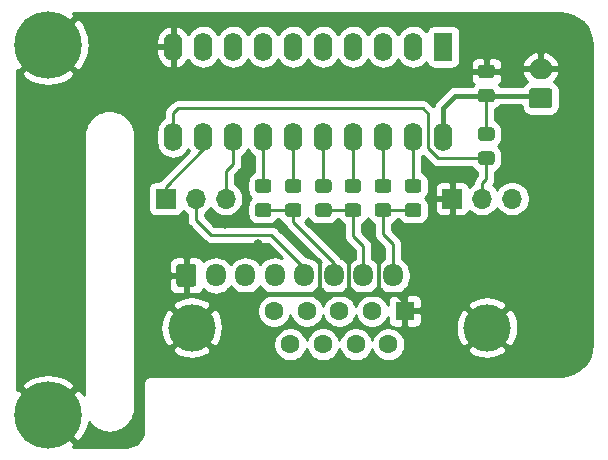
<source format=gbr>
%TF.GenerationSoftware,KiCad,Pcbnew,5.1.8+dfsg1-1+b1*%
%TF.CreationDate,2021-07-20T03:33:59+03:00*%
%TF.ProjectId,gbs-cgaega,6762732d-6367-4616-9567-612e6b696361,rev?*%
%TF.SameCoordinates,Original*%
%TF.FileFunction,Copper,L1,Top*%
%TF.FilePolarity,Positive*%
%FSLAX46Y46*%
G04 Gerber Fmt 4.6, Leading zero omitted, Abs format (unit mm)*
G04 Created by KiCad (PCBNEW 5.1.8+dfsg1-1+b1) date 2021-07-20 03:33:59*
%MOMM*%
%LPD*%
G01*
G04 APERTURE LIST*
%TA.AperFunction,ComponentPad*%
%ADD10C,5.700000*%
%TD*%
%TA.AperFunction,ComponentPad*%
%ADD11O,1.600000X2.400000*%
%TD*%
%TA.AperFunction,ComponentPad*%
%ADD12R,1.600000X2.400000*%
%TD*%
%TA.AperFunction,ComponentPad*%
%ADD13R,1.600000X1.600000*%
%TD*%
%TA.AperFunction,ComponentPad*%
%ADD14C,1.600000*%
%TD*%
%TA.AperFunction,ComponentPad*%
%ADD15C,4.000000*%
%TD*%
%TA.AperFunction,ComponentPad*%
%ADD16O,2.000000X1.700000*%
%TD*%
%TA.AperFunction,ComponentPad*%
%ADD17O,1.700000X1.950000*%
%TD*%
%TA.AperFunction,ComponentPad*%
%ADD18R,1.700000X1.700000*%
%TD*%
%TA.AperFunction,ComponentPad*%
%ADD19O,1.700000X1.700000*%
%TD*%
%TA.AperFunction,ViaPad*%
%ADD20C,0.800000*%
%TD*%
%TA.AperFunction,Conductor*%
%ADD21C,0.250000*%
%TD*%
%TA.AperFunction,Conductor*%
%ADD22C,0.400000*%
%TD*%
%TA.AperFunction,Conductor*%
%ADD23C,0.300000*%
%TD*%
%TA.AperFunction,Conductor*%
%ADD24C,0.254000*%
%TD*%
%TA.AperFunction,Conductor*%
%ADD25C,0.100000*%
%TD*%
G04 APERTURE END LIST*
D10*
%TO.P,H3,1*%
%TO.N,GND*%
X112800000Y-95300000D03*
%TD*%
%TO.P,H1,1*%
%TO.N,GND*%
X112800000Y-126700000D03*
%TD*%
D11*
%TO.P,U1,20*%
%TO.N,VCC*%
X146250000Y-103120000D03*
%TO.P,U1,10*%
%TO.N,GND*%
X123390000Y-95500000D03*
%TO.P,U1,19*%
%TO.N,/R1*%
X143710000Y-103120000D03*
%TO.P,U1,9*%
%TO.N,/VSYNC*%
X125930000Y-95500000D03*
%TO.P,U1,18*%
%TO.N,/R0*%
X141170000Y-103120000D03*
%TO.P,U1,8*%
%TO.N,/HSYNC*%
X128470000Y-95500000D03*
%TO.P,U1,17*%
%TO.N,/G1*%
X138630000Y-103120000D03*
%TO.P,U1,7*%
%TO.N,/BI*%
X131010000Y-95500000D03*
%TO.P,U1,16*%
%TO.N,/G0*%
X136090000Y-103120000D03*
%TO.P,U1,6*%
%TO.N,/GI_INT*%
X133550000Y-95500000D03*
%TO.P,U1,15*%
%TO.N,/B1*%
X133550000Y-103120000D03*
%TO.P,U1,5*%
%TO.N,/RI*%
X136090000Y-95500000D03*
%TO.P,U1,14*%
%TO.N,/B0*%
X131010000Y-103120000D03*
%TO.P,U1,4*%
%TO.N,/BLU*%
X138630000Y-95500000D03*
%TO.P,U1,13*%
%TO.N,/~CSYNC*%
X128470000Y-103120000D03*
%TO.P,U1,3*%
%TO.N,/GRN*%
X141170000Y-95500000D03*
%TO.P,U1,12*%
%TO.N,/CSYNC*%
X125930000Y-103120000D03*
%TO.P,U1,2*%
%TO.N,/RED*%
X143710000Y-95500000D03*
%TO.P,U1,11*%
%TO.N,/EGA*%
X123390000Y-103120000D03*
D12*
%TO.P,U1,1*%
%TO.N,Net-(U1-Pad1)*%
X146250000Y-95500000D03*
%TD*%
%TO.P,C1,1*%
%TO.N,VCC*%
%TA.AperFunction,SMDPad,CuDef*%
G36*
G01*
X150350001Y-100200000D02*
X149449999Y-100200000D01*
G75*
G02*
X149200000Y-99950001I0J249999D01*
G01*
X149200000Y-99299999D01*
G75*
G02*
X149449999Y-99050000I249999J0D01*
G01*
X150350001Y-99050000D01*
G75*
G02*
X150600000Y-99299999I0J-249999D01*
G01*
X150600000Y-99950001D01*
G75*
G02*
X150350001Y-100200000I-249999J0D01*
G01*
G37*
%TD.AperFunction*%
%TO.P,C1,2*%
%TO.N,GND*%
%TA.AperFunction,SMDPad,CuDef*%
G36*
G01*
X150350001Y-98150000D02*
X149449999Y-98150000D01*
G75*
G02*
X149200000Y-97900001I0J249999D01*
G01*
X149200000Y-97249999D01*
G75*
G02*
X149449999Y-97000000I249999J0D01*
G01*
X150350001Y-97000000D01*
G75*
G02*
X150600000Y-97249999I0J-249999D01*
G01*
X150600000Y-97900001D01*
G75*
G02*
X150350001Y-98150000I-249999J0D01*
G01*
G37*
%TD.AperFunction*%
%TD*%
D13*
%TO.P,J1,1*%
%TO.N,GND*%
X143000000Y-117850000D03*
D14*
%TO.P,J1,2*%
%TO.N,/RI*%
X140230000Y-117850000D03*
%TO.P,J1,3*%
%TO.N,/RED*%
X137460000Y-117850000D03*
%TO.P,J1,4*%
%TO.N,/GRN*%
X134690000Y-117850000D03*
%TO.P,J1,5*%
%TO.N,/BLU*%
X131920000Y-117850000D03*
%TO.P,J1,6*%
%TO.N,/GI_INT*%
X141615000Y-120690000D03*
%TO.P,J1,7*%
%TO.N,/BI*%
X138845000Y-120690000D03*
%TO.P,J1,8*%
%TO.N,/HSYNC*%
X136075000Y-120690000D03*
%TO.P,J1,9*%
%TO.N,/VSYNC*%
X133305000Y-120690000D03*
D15*
%TO.P,J1,0*%
%TO.N,GND*%
X124960000Y-119270000D03*
X149960000Y-119270000D03*
%TD*%
%TO.P,J2,1*%
%TO.N,VCC*%
%TA.AperFunction,ComponentPad*%
G36*
G01*
X155250000Y-100700000D02*
X153750000Y-100700000D01*
G75*
G02*
X153500000Y-100450000I0J250000D01*
G01*
X153500000Y-99250000D01*
G75*
G02*
X153750000Y-99000000I250000J0D01*
G01*
X155250000Y-99000000D01*
G75*
G02*
X155500000Y-99250000I0J-250000D01*
G01*
X155500000Y-100450000D01*
G75*
G02*
X155250000Y-100700000I-250000J0D01*
G01*
G37*
%TD.AperFunction*%
D16*
%TO.P,J2,2*%
%TO.N,GND*%
X154500000Y-97350000D03*
%TD*%
%TO.P,J3,1*%
%TO.N,GND*%
%TA.AperFunction,ComponentPad*%
G36*
G01*
X123650000Y-115575000D02*
X123650000Y-114125000D01*
G75*
G02*
X123900000Y-113875000I250000J0D01*
G01*
X125100000Y-113875000D01*
G75*
G02*
X125350000Y-114125000I0J-250000D01*
G01*
X125350000Y-115575000D01*
G75*
G02*
X125100000Y-115825000I-250000J0D01*
G01*
X123900000Y-115825000D01*
G75*
G02*
X123650000Y-115575000I0J250000D01*
G01*
G37*
%TD.AperFunction*%
D17*
%TO.P,J3,2*%
%TO.N,Net-(J3-Pad2)*%
X127000000Y-114850000D03*
%TO.P,J3,3*%
%TO.N,Net-(J3-Pad3)*%
X129500000Y-114850000D03*
%TO.P,J3,4*%
%TO.N,Net-(J3-Pad4)*%
X132000000Y-114850000D03*
%TO.P,J3,5*%
%TO.N,/CS*%
X134500000Y-114850000D03*
%TO.P,J3,6*%
%TO.N,/BA*%
X137000000Y-114850000D03*
%TO.P,J3,7*%
%TO.N,/GA*%
X139500000Y-114850000D03*
%TO.P,J3,8*%
%TO.N,/RA*%
X142000000Y-114850000D03*
%TD*%
%TO.P,R1,1*%
%TO.N,/EGA*%
%TA.AperFunction,SMDPad,CuDef*%
G36*
G01*
X150350001Y-105500000D02*
X149449999Y-105500000D01*
G75*
G02*
X149200000Y-105250001I0J249999D01*
G01*
X149200000Y-104599999D01*
G75*
G02*
X149449999Y-104350000I249999J0D01*
G01*
X150350001Y-104350000D01*
G75*
G02*
X150600000Y-104599999I0J-249999D01*
G01*
X150600000Y-105250001D01*
G75*
G02*
X150350001Y-105500000I-249999J0D01*
G01*
G37*
%TD.AperFunction*%
%TO.P,R1,2*%
%TO.N,VCC*%
%TA.AperFunction,SMDPad,CuDef*%
G36*
G01*
X150350001Y-103450000D02*
X149449999Y-103450000D01*
G75*
G02*
X149200000Y-103200001I0J249999D01*
G01*
X149200000Y-102549999D01*
G75*
G02*
X149449999Y-102300000I249999J0D01*
G01*
X150350001Y-102300000D01*
G75*
G02*
X150600000Y-102549999I0J-249999D01*
G01*
X150600000Y-103200001D01*
G75*
G02*
X150350001Y-103450000I-249999J0D01*
G01*
G37*
%TD.AperFunction*%
%TD*%
%TO.P,R2,1*%
%TO.N,/RA*%
%TA.AperFunction,SMDPad,CuDef*%
G36*
G01*
X144150001Y-109900000D02*
X143249999Y-109900000D01*
G75*
G02*
X143000000Y-109650001I0J249999D01*
G01*
X143000000Y-108999999D01*
G75*
G02*
X143249999Y-108750000I249999J0D01*
G01*
X144150001Y-108750000D01*
G75*
G02*
X144400000Y-108999999I0J-249999D01*
G01*
X144400000Y-109650001D01*
G75*
G02*
X144150001Y-109900000I-249999J0D01*
G01*
G37*
%TD.AperFunction*%
%TO.P,R2,2*%
%TO.N,/R1*%
%TA.AperFunction,SMDPad,CuDef*%
G36*
G01*
X144150001Y-107850000D02*
X143249999Y-107850000D01*
G75*
G02*
X143000000Y-107600001I0J249999D01*
G01*
X143000000Y-106949999D01*
G75*
G02*
X143249999Y-106700000I249999J0D01*
G01*
X144150001Y-106700000D01*
G75*
G02*
X144400000Y-106949999I0J-249999D01*
G01*
X144400000Y-107600001D01*
G75*
G02*
X144150001Y-107850000I-249999J0D01*
G01*
G37*
%TD.AperFunction*%
%TD*%
%TO.P,R3,2*%
%TO.N,/R0*%
%TA.AperFunction,SMDPad,CuDef*%
G36*
G01*
X141600001Y-107850000D02*
X140699999Y-107850000D01*
G75*
G02*
X140450000Y-107600001I0J249999D01*
G01*
X140450000Y-106949999D01*
G75*
G02*
X140699999Y-106700000I249999J0D01*
G01*
X141600001Y-106700000D01*
G75*
G02*
X141850000Y-106949999I0J-249999D01*
G01*
X141850000Y-107600001D01*
G75*
G02*
X141600001Y-107850000I-249999J0D01*
G01*
G37*
%TD.AperFunction*%
%TO.P,R3,1*%
%TO.N,/RA*%
%TA.AperFunction,SMDPad,CuDef*%
G36*
G01*
X141600001Y-109900000D02*
X140699999Y-109900000D01*
G75*
G02*
X140450000Y-109650001I0J249999D01*
G01*
X140450000Y-108999999D01*
G75*
G02*
X140699999Y-108750000I249999J0D01*
G01*
X141600001Y-108750000D01*
G75*
G02*
X141850000Y-108999999I0J-249999D01*
G01*
X141850000Y-109650001D01*
G75*
G02*
X141600001Y-109900000I-249999J0D01*
G01*
G37*
%TD.AperFunction*%
%TD*%
%TO.P,R4,1*%
%TO.N,/GA*%
%TA.AperFunction,SMDPad,CuDef*%
G36*
G01*
X139050001Y-109900000D02*
X138149999Y-109900000D01*
G75*
G02*
X137900000Y-109650001I0J249999D01*
G01*
X137900000Y-108999999D01*
G75*
G02*
X138149999Y-108750000I249999J0D01*
G01*
X139050001Y-108750000D01*
G75*
G02*
X139300000Y-108999999I0J-249999D01*
G01*
X139300000Y-109650001D01*
G75*
G02*
X139050001Y-109900000I-249999J0D01*
G01*
G37*
%TD.AperFunction*%
%TO.P,R4,2*%
%TO.N,/G1*%
%TA.AperFunction,SMDPad,CuDef*%
G36*
G01*
X139050001Y-107850000D02*
X138149999Y-107850000D01*
G75*
G02*
X137900000Y-107600001I0J249999D01*
G01*
X137900000Y-106949999D01*
G75*
G02*
X138149999Y-106700000I249999J0D01*
G01*
X139050001Y-106700000D01*
G75*
G02*
X139300000Y-106949999I0J-249999D01*
G01*
X139300000Y-107600001D01*
G75*
G02*
X139050001Y-107850000I-249999J0D01*
G01*
G37*
%TD.AperFunction*%
%TD*%
%TO.P,R5,2*%
%TO.N,/G0*%
%TA.AperFunction,SMDPad,CuDef*%
G36*
G01*
X136550001Y-107850000D02*
X135649999Y-107850000D01*
G75*
G02*
X135400000Y-107600001I0J249999D01*
G01*
X135400000Y-106949999D01*
G75*
G02*
X135649999Y-106700000I249999J0D01*
G01*
X136550001Y-106700000D01*
G75*
G02*
X136800000Y-106949999I0J-249999D01*
G01*
X136800000Y-107600001D01*
G75*
G02*
X136550001Y-107850000I-249999J0D01*
G01*
G37*
%TD.AperFunction*%
%TO.P,R5,1*%
%TO.N,/GA*%
%TA.AperFunction,SMDPad,CuDef*%
G36*
G01*
X136550001Y-109900000D02*
X135649999Y-109900000D01*
G75*
G02*
X135400000Y-109650001I0J249999D01*
G01*
X135400000Y-108999999D01*
G75*
G02*
X135649999Y-108750000I249999J0D01*
G01*
X136550001Y-108750000D01*
G75*
G02*
X136800000Y-108999999I0J-249999D01*
G01*
X136800000Y-109650001D01*
G75*
G02*
X136550001Y-109900000I-249999J0D01*
G01*
G37*
%TD.AperFunction*%
%TD*%
%TO.P,R6,1*%
%TO.N,/BA*%
%TA.AperFunction,SMDPad,CuDef*%
G36*
G01*
X134000001Y-109900000D02*
X133099999Y-109900000D01*
G75*
G02*
X132850000Y-109650001I0J249999D01*
G01*
X132850000Y-108999999D01*
G75*
G02*
X133099999Y-108750000I249999J0D01*
G01*
X134000001Y-108750000D01*
G75*
G02*
X134250000Y-108999999I0J-249999D01*
G01*
X134250000Y-109650001D01*
G75*
G02*
X134000001Y-109900000I-249999J0D01*
G01*
G37*
%TD.AperFunction*%
%TO.P,R6,2*%
%TO.N,/B1*%
%TA.AperFunction,SMDPad,CuDef*%
G36*
G01*
X134000001Y-107850000D02*
X133099999Y-107850000D01*
G75*
G02*
X132850000Y-107600001I0J249999D01*
G01*
X132850000Y-106949999D01*
G75*
G02*
X133099999Y-106700000I249999J0D01*
G01*
X134000001Y-106700000D01*
G75*
G02*
X134250000Y-106949999I0J-249999D01*
G01*
X134250000Y-107600001D01*
G75*
G02*
X134000001Y-107850000I-249999J0D01*
G01*
G37*
%TD.AperFunction*%
%TD*%
%TO.P,R7,2*%
%TO.N,/B0*%
%TA.AperFunction,SMDPad,CuDef*%
G36*
G01*
X131450001Y-107850000D02*
X130549999Y-107850000D01*
G75*
G02*
X130300000Y-107600001I0J249999D01*
G01*
X130300000Y-106949999D01*
G75*
G02*
X130549999Y-106700000I249999J0D01*
G01*
X131450001Y-106700000D01*
G75*
G02*
X131700000Y-106949999I0J-249999D01*
G01*
X131700000Y-107600001D01*
G75*
G02*
X131450001Y-107850000I-249999J0D01*
G01*
G37*
%TD.AperFunction*%
%TO.P,R7,1*%
%TO.N,/BA*%
%TA.AperFunction,SMDPad,CuDef*%
G36*
G01*
X131450001Y-109900000D02*
X130549999Y-109900000D01*
G75*
G02*
X130300000Y-109650001I0J249999D01*
G01*
X130300000Y-108999999D01*
G75*
G02*
X130549999Y-108750000I249999J0D01*
G01*
X131450001Y-108750000D01*
G75*
G02*
X131700000Y-108999999I0J-249999D01*
G01*
X131700000Y-109650001D01*
G75*
G02*
X131450001Y-109900000I-249999J0D01*
G01*
G37*
%TD.AperFunction*%
%TD*%
D18*
%TO.P,SW1,1*%
%TO.N,GND*%
X147000000Y-108350000D03*
D19*
%TO.P,SW1,2*%
%TO.N,/EGA*%
X149540000Y-108350000D03*
%TO.P,SW1,3*%
%TO.N,Net-(SW1-Pad3)*%
X152080000Y-108350000D03*
%TD*%
%TO.P,SW2,3*%
%TO.N,/~CSYNC*%
X127830000Y-108350000D03*
%TO.P,SW2,2*%
%TO.N,/CS*%
X125290000Y-108350000D03*
D18*
%TO.P,SW2,1*%
%TO.N,/CSYNC*%
X122750000Y-108350000D03*
%TD*%
D20*
%TO.N,GND*%
X130600000Y-112200000D03*
X142500000Y-110900000D03*
X143600000Y-99100000D03*
X129700000Y-99100000D03*
X125900000Y-99100000D03*
X146300000Y-98200000D03*
X137000000Y-111400000D03*
X121100000Y-105600000D03*
X140000000Y-110900000D03*
X127800000Y-110500000D03*
%TD*%
D21*
%TO.N,VCC*%
X149900000Y-102875000D02*
X149900000Y-99625000D01*
D22*
X147275000Y-99625000D02*
X149900000Y-99625000D01*
X146250000Y-100650000D02*
X147275000Y-99625000D01*
X154275000Y-99625000D02*
X154500000Y-99850000D01*
X149900000Y-99625000D02*
X154275000Y-99625000D01*
X146250000Y-100650000D02*
X146250000Y-103120000D01*
%TO.N,GND*%
X127830000Y-116400000D02*
X124960000Y-119270000D01*
X143000000Y-117100000D02*
X142300000Y-116400000D01*
X143000000Y-117850000D02*
X143000000Y-117100000D01*
X142300000Y-116400000D02*
X135800000Y-116400000D01*
X135800000Y-116400000D02*
X127830000Y-116400000D01*
D23*
X135800000Y-116400000D02*
X135800000Y-113800000D01*
X138300000Y-116400000D02*
X138300000Y-113800000D01*
X140800000Y-116400000D02*
X140800000Y-113800000D01*
D21*
%TO.N,/CS*%
X131700000Y-111400000D02*
X134500000Y-114200000D01*
X134500000Y-114200000D02*
X134500000Y-114850000D01*
X126550000Y-111400000D02*
X131700000Y-111400000D01*
X125290000Y-110140000D02*
X126550000Y-111400000D01*
X125290000Y-108350000D02*
X125290000Y-110140000D01*
%TO.N,/BA*%
X133550000Y-109325000D02*
X131000000Y-109325000D01*
X137000000Y-113800000D02*
X137000000Y-114850000D01*
X133550000Y-110350000D02*
X137000000Y-113800000D01*
X133550000Y-109325000D02*
X133550000Y-110350000D01*
%TO.N,/GA*%
X138600000Y-109325000D02*
X136100000Y-109325000D01*
X139500000Y-112400000D02*
X139500000Y-114850000D01*
X138600000Y-111500000D02*
X139500000Y-112400000D01*
X138600000Y-109325000D02*
X138600000Y-111500000D01*
%TO.N,/RA*%
X143700000Y-109325000D02*
X141150000Y-109325000D01*
X141150000Y-111350000D02*
X142000000Y-112200000D01*
X142000000Y-112200000D02*
X142000000Y-114850000D01*
X141150000Y-109325000D02*
X141150000Y-111350000D01*
%TO.N,/EGA*%
X149540000Y-108350000D02*
X149540000Y-107060000D01*
X149900000Y-106700000D02*
X149900000Y-104925000D01*
X149540000Y-107060000D02*
X149900000Y-106700000D01*
X123390000Y-101110000D02*
X123390000Y-102470000D01*
X123800000Y-100700000D02*
X123390000Y-101110000D01*
X144500000Y-100700000D02*
X123800000Y-100700000D01*
X145000000Y-101200000D02*
X144500000Y-100700000D01*
X145000000Y-104100000D02*
X145000000Y-101200000D01*
X145825000Y-104925000D02*
X145000000Y-104100000D01*
X149900000Y-104925000D02*
X145825000Y-104925000D01*
%TO.N,/B1*%
X133550000Y-102470000D02*
X133550000Y-107275000D01*
%TO.N,/B0*%
X131010000Y-107265000D02*
X131000000Y-107275000D01*
X131010000Y-102470000D02*
X131010000Y-107265000D01*
%TO.N,/G1*%
X138630000Y-107245000D02*
X138600000Y-107275000D01*
X138630000Y-102470000D02*
X138630000Y-107245000D01*
%TO.N,/G0*%
X136090000Y-107265000D02*
X136100000Y-107275000D01*
X136090000Y-102470000D02*
X136090000Y-107265000D01*
%TO.N,/R1*%
X143710000Y-107265000D02*
X143700000Y-107275000D01*
X143710000Y-102470000D02*
X143710000Y-107265000D01*
%TO.N,/R0*%
X141170000Y-107255000D02*
X141150000Y-107275000D01*
X141170000Y-102470000D02*
X141170000Y-107255000D01*
%TO.N,/~CSYNC*%
X127830000Y-108350000D02*
X127830000Y-106020000D01*
X128470000Y-105380000D02*
X128470000Y-102470000D01*
X127830000Y-106020000D02*
X128470000Y-105380000D01*
%TO.N,/CSYNC*%
X125930000Y-102470000D02*
X125930000Y-103170000D01*
X122750000Y-108350000D02*
X122750000Y-107350000D01*
X125930000Y-104170000D02*
X125930000Y-102470000D01*
X122750000Y-107350000D02*
X125930000Y-104170000D01*
%TD*%
D24*
%TO.N,GND*%
X156712163Y-92713383D02*
X157204822Y-92862126D01*
X157659204Y-93103725D01*
X158058007Y-93428982D01*
X158386037Y-93825503D01*
X158630800Y-94278184D01*
X158782979Y-94769795D01*
X158840000Y-95312309D01*
X158840001Y-120667711D01*
X158786617Y-121212163D01*
X158637876Y-121704818D01*
X158396277Y-122159200D01*
X158071022Y-122558003D01*
X157674503Y-122886033D01*
X157221817Y-123130799D01*
X156730206Y-123282979D01*
X156187690Y-123340000D01*
X121532419Y-123340000D01*
X121500000Y-123336807D01*
X121467581Y-123340000D01*
X121370617Y-123349550D01*
X121246207Y-123387290D01*
X121131550Y-123448575D01*
X121031052Y-123531052D01*
X120948575Y-123631550D01*
X120887290Y-123746207D01*
X120849550Y-123870617D01*
X120836807Y-124000000D01*
X120840000Y-124032420D01*
X120840001Y-127967711D01*
X120811375Y-128259660D01*
X120735965Y-128509429D01*
X120613477Y-128739794D01*
X120448579Y-128941979D01*
X120247546Y-129108288D01*
X120018046Y-129232378D01*
X119768805Y-129309531D01*
X119478911Y-129340000D01*
X114940639Y-129340000D01*
X115072428Y-129152033D01*
X112800000Y-126879605D01*
X112785858Y-126893748D01*
X112606253Y-126714143D01*
X112620395Y-126700000D01*
X112979605Y-126700000D01*
X115252033Y-128972428D01*
X115705850Y-128654243D01*
X116031269Y-128049790D01*
X116232512Y-127393465D01*
X116246294Y-127257707D01*
X116250867Y-127264591D01*
X116256741Y-127271691D01*
X116444916Y-127495949D01*
X116487646Y-127537793D01*
X116529805Y-127580248D01*
X116536947Y-127586072D01*
X116765097Y-127769509D01*
X116815131Y-127802251D01*
X116864742Y-127835714D01*
X116872878Y-127840040D01*
X117132313Y-127975670D01*
X117187785Y-127998082D01*
X117242923Y-128021260D01*
X117251741Y-128023922D01*
X117251747Y-128023924D01*
X117532583Y-128106578D01*
X117591331Y-128117785D01*
X117649941Y-128129816D01*
X117659110Y-128130715D01*
X117659112Y-128130715D01*
X117950656Y-128157247D01*
X118010472Y-128156829D01*
X118070288Y-128157247D01*
X118079460Y-128156348D01*
X118370605Y-128125748D01*
X118429217Y-128113717D01*
X118487963Y-128102511D01*
X118496784Y-128099847D01*
X118776440Y-128013279D01*
X118831578Y-127990101D01*
X118887050Y-127967689D01*
X118895181Y-127963365D01*
X118895185Y-127963363D01*
X118895188Y-127963361D01*
X119152702Y-127824123D01*
X119202259Y-127790696D01*
X119252347Y-127757920D01*
X119259488Y-127752095D01*
X119485056Y-127565490D01*
X119527215Y-127523035D01*
X119569945Y-127481191D01*
X119575819Y-127474091D01*
X119760845Y-127247227D01*
X119793927Y-127197434D01*
X119827745Y-127148045D01*
X119832127Y-127139939D01*
X119969564Y-126881458D01*
X119992355Y-126826164D01*
X120015925Y-126771171D01*
X120018650Y-126762368D01*
X120103264Y-126482113D01*
X120114882Y-126423436D01*
X120127320Y-126364921D01*
X120128283Y-126355756D01*
X120156850Y-126064404D01*
X120156850Y-126064402D01*
X120160000Y-126032419D01*
X120160000Y-121117499D01*
X123292106Y-121117499D01*
X123508228Y-121484258D01*
X123968105Y-121724938D01*
X124466098Y-121871275D01*
X124983071Y-121917648D01*
X125499159Y-121862273D01*
X125994526Y-121707279D01*
X126411772Y-121484258D01*
X126627894Y-121117499D01*
X124960000Y-119449605D01*
X123292106Y-121117499D01*
X120160000Y-121117499D01*
X120160000Y-119293071D01*
X122312352Y-119293071D01*
X122367727Y-119809159D01*
X122522721Y-120304526D01*
X122745742Y-120721772D01*
X123112501Y-120937894D01*
X124780395Y-119270000D01*
X125139605Y-119270000D01*
X126807499Y-120937894D01*
X127174258Y-120721772D01*
X127264854Y-120548665D01*
X131870000Y-120548665D01*
X131870000Y-120831335D01*
X131925147Y-121108574D01*
X132033320Y-121369727D01*
X132190363Y-121604759D01*
X132390241Y-121804637D01*
X132625273Y-121961680D01*
X132886426Y-122069853D01*
X133163665Y-122125000D01*
X133446335Y-122125000D01*
X133723574Y-122069853D01*
X133984727Y-121961680D01*
X134219759Y-121804637D01*
X134419637Y-121604759D01*
X134576680Y-121369727D01*
X134684853Y-121108574D01*
X134690000Y-121082699D01*
X134695147Y-121108574D01*
X134803320Y-121369727D01*
X134960363Y-121604759D01*
X135160241Y-121804637D01*
X135395273Y-121961680D01*
X135656426Y-122069853D01*
X135933665Y-122125000D01*
X136216335Y-122125000D01*
X136493574Y-122069853D01*
X136754727Y-121961680D01*
X136989759Y-121804637D01*
X137189637Y-121604759D01*
X137346680Y-121369727D01*
X137454853Y-121108574D01*
X137460000Y-121082699D01*
X137465147Y-121108574D01*
X137573320Y-121369727D01*
X137730363Y-121604759D01*
X137930241Y-121804637D01*
X138165273Y-121961680D01*
X138426426Y-122069853D01*
X138703665Y-122125000D01*
X138986335Y-122125000D01*
X139263574Y-122069853D01*
X139524727Y-121961680D01*
X139759759Y-121804637D01*
X139959637Y-121604759D01*
X140116680Y-121369727D01*
X140224853Y-121108574D01*
X140230000Y-121082699D01*
X140235147Y-121108574D01*
X140343320Y-121369727D01*
X140500363Y-121604759D01*
X140700241Y-121804637D01*
X140935273Y-121961680D01*
X141196426Y-122069853D01*
X141473665Y-122125000D01*
X141756335Y-122125000D01*
X142033574Y-122069853D01*
X142294727Y-121961680D01*
X142529759Y-121804637D01*
X142729637Y-121604759D01*
X142886680Y-121369727D01*
X142991156Y-121117499D01*
X148292106Y-121117499D01*
X148508228Y-121484258D01*
X148968105Y-121724938D01*
X149466098Y-121871275D01*
X149983071Y-121917648D01*
X150499159Y-121862273D01*
X150994526Y-121707279D01*
X151411772Y-121484258D01*
X151627894Y-121117499D01*
X149960000Y-119449605D01*
X148292106Y-121117499D01*
X142991156Y-121117499D01*
X142994853Y-121108574D01*
X143050000Y-120831335D01*
X143050000Y-120548665D01*
X142994853Y-120271426D01*
X142886680Y-120010273D01*
X142729637Y-119775241D01*
X142529759Y-119575363D01*
X142294727Y-119418320D01*
X142033574Y-119310147D01*
X141947729Y-119293071D01*
X147312352Y-119293071D01*
X147367727Y-119809159D01*
X147522721Y-120304526D01*
X147745742Y-120721772D01*
X148112501Y-120937894D01*
X149780395Y-119270000D01*
X150139605Y-119270000D01*
X151807499Y-120937894D01*
X152174258Y-120721772D01*
X152414938Y-120261895D01*
X152561275Y-119763902D01*
X152607648Y-119246929D01*
X152552273Y-118730841D01*
X152397279Y-118235474D01*
X152174258Y-117818228D01*
X151807499Y-117602106D01*
X150139605Y-119270000D01*
X149780395Y-119270000D01*
X148112501Y-117602106D01*
X147745742Y-117818228D01*
X147505062Y-118278105D01*
X147358725Y-118776098D01*
X147312352Y-119293071D01*
X141947729Y-119293071D01*
X141756335Y-119255000D01*
X141473665Y-119255000D01*
X141196426Y-119310147D01*
X140935273Y-119418320D01*
X140700241Y-119575363D01*
X140500363Y-119775241D01*
X140343320Y-120010273D01*
X140235147Y-120271426D01*
X140230000Y-120297301D01*
X140224853Y-120271426D01*
X140116680Y-120010273D01*
X139959637Y-119775241D01*
X139759759Y-119575363D01*
X139524727Y-119418320D01*
X139263574Y-119310147D01*
X138986335Y-119255000D01*
X138703665Y-119255000D01*
X138426426Y-119310147D01*
X138165273Y-119418320D01*
X137930241Y-119575363D01*
X137730363Y-119775241D01*
X137573320Y-120010273D01*
X137465147Y-120271426D01*
X137460000Y-120297301D01*
X137454853Y-120271426D01*
X137346680Y-120010273D01*
X137189637Y-119775241D01*
X136989759Y-119575363D01*
X136754727Y-119418320D01*
X136493574Y-119310147D01*
X136216335Y-119255000D01*
X135933665Y-119255000D01*
X135656426Y-119310147D01*
X135395273Y-119418320D01*
X135160241Y-119575363D01*
X134960363Y-119775241D01*
X134803320Y-120010273D01*
X134695147Y-120271426D01*
X134690000Y-120297301D01*
X134684853Y-120271426D01*
X134576680Y-120010273D01*
X134419637Y-119775241D01*
X134219759Y-119575363D01*
X133984727Y-119418320D01*
X133723574Y-119310147D01*
X133446335Y-119255000D01*
X133163665Y-119255000D01*
X132886426Y-119310147D01*
X132625273Y-119418320D01*
X132390241Y-119575363D01*
X132190363Y-119775241D01*
X132033320Y-120010273D01*
X131925147Y-120271426D01*
X131870000Y-120548665D01*
X127264854Y-120548665D01*
X127414938Y-120261895D01*
X127561275Y-119763902D01*
X127607648Y-119246929D01*
X127552273Y-118730841D01*
X127397279Y-118235474D01*
X127174258Y-117818228D01*
X126807499Y-117602106D01*
X125139605Y-119270000D01*
X124780395Y-119270000D01*
X123112501Y-117602106D01*
X122745742Y-117818228D01*
X122505062Y-118278105D01*
X122358725Y-118776098D01*
X122312352Y-119293071D01*
X120160000Y-119293071D01*
X120160000Y-117422501D01*
X123292106Y-117422501D01*
X124960000Y-119090395D01*
X126627894Y-117422501D01*
X126411772Y-117055742D01*
X125951895Y-116815062D01*
X125453902Y-116668725D01*
X124936929Y-116622352D01*
X124420841Y-116677727D01*
X123925474Y-116832721D01*
X123508228Y-117055742D01*
X123292106Y-117422501D01*
X120160000Y-117422501D01*
X120160000Y-115825000D01*
X123011928Y-115825000D01*
X123024188Y-115949482D01*
X123060498Y-116069180D01*
X123119463Y-116179494D01*
X123198815Y-116276185D01*
X123295506Y-116355537D01*
X123405820Y-116414502D01*
X123525518Y-116450812D01*
X123650000Y-116463072D01*
X124214250Y-116460000D01*
X124373000Y-116301250D01*
X124373000Y-114977000D01*
X123173750Y-114977000D01*
X123015000Y-115135750D01*
X123011928Y-115825000D01*
X120160000Y-115825000D01*
X120160000Y-113875000D01*
X123011928Y-113875000D01*
X123015000Y-114564250D01*
X123173750Y-114723000D01*
X124373000Y-114723000D01*
X124373000Y-113398750D01*
X124214250Y-113240000D01*
X123650000Y-113236928D01*
X123525518Y-113249188D01*
X123405820Y-113285498D01*
X123295506Y-113344463D01*
X123198815Y-113423815D01*
X123119463Y-113520506D01*
X123060498Y-113630820D01*
X123024188Y-113750518D01*
X123011928Y-113875000D01*
X120160000Y-113875000D01*
X120160000Y-107500000D01*
X121261928Y-107500000D01*
X121261928Y-109200000D01*
X121274188Y-109324482D01*
X121310498Y-109444180D01*
X121369463Y-109554494D01*
X121448815Y-109651185D01*
X121545506Y-109730537D01*
X121655820Y-109789502D01*
X121775518Y-109825812D01*
X121900000Y-109838072D01*
X123600000Y-109838072D01*
X123724482Y-109825812D01*
X123844180Y-109789502D01*
X123954494Y-109730537D01*
X124051185Y-109651185D01*
X124130537Y-109554494D01*
X124189502Y-109444180D01*
X124211513Y-109371620D01*
X124343368Y-109503475D01*
X124530001Y-109628179D01*
X124530001Y-110102668D01*
X124526324Y-110140000D01*
X124540998Y-110288985D01*
X124584454Y-110432246D01*
X124655026Y-110564276D01*
X124714155Y-110636324D01*
X124750000Y-110680001D01*
X124778998Y-110703799D01*
X125986200Y-111911002D01*
X126009999Y-111940001D01*
X126038997Y-111963799D01*
X126125723Y-112034974D01*
X126245512Y-112099003D01*
X126257753Y-112105546D01*
X126401014Y-112149003D01*
X126512667Y-112160000D01*
X126512676Y-112160000D01*
X126549999Y-112163676D01*
X126587322Y-112160000D01*
X131385199Y-112160000D01*
X132572250Y-113347051D01*
X132571033Y-113346401D01*
X132291110Y-113261487D01*
X132000000Y-113232815D01*
X131708889Y-113261487D01*
X131428966Y-113346401D01*
X131170986Y-113484294D01*
X130944866Y-113669866D01*
X130759294Y-113895987D01*
X130750000Y-113913374D01*
X130740706Y-113895986D01*
X130555134Y-113669866D01*
X130329013Y-113484294D01*
X130071033Y-113346401D01*
X129791110Y-113261487D01*
X129500000Y-113232815D01*
X129208889Y-113261487D01*
X128928966Y-113346401D01*
X128670986Y-113484294D01*
X128444866Y-113669866D01*
X128259294Y-113895987D01*
X128250000Y-113913374D01*
X128240706Y-113895986D01*
X128055134Y-113669866D01*
X127829013Y-113484294D01*
X127571033Y-113346401D01*
X127291110Y-113261487D01*
X127000000Y-113232815D01*
X126708889Y-113261487D01*
X126428966Y-113346401D01*
X126170986Y-113484294D01*
X125950055Y-113665608D01*
X125939502Y-113630820D01*
X125880537Y-113520506D01*
X125801185Y-113423815D01*
X125704494Y-113344463D01*
X125594180Y-113285498D01*
X125474482Y-113249188D01*
X125350000Y-113236928D01*
X124785750Y-113240000D01*
X124627000Y-113398750D01*
X124627000Y-114723000D01*
X124647000Y-114723000D01*
X124647000Y-114977000D01*
X124627000Y-114977000D01*
X124627000Y-116301250D01*
X124785750Y-116460000D01*
X125350000Y-116463072D01*
X125474482Y-116450812D01*
X125594180Y-116414502D01*
X125704494Y-116355537D01*
X125801185Y-116276185D01*
X125880537Y-116179494D01*
X125939502Y-116069180D01*
X125950055Y-116034392D01*
X126170987Y-116215706D01*
X126428967Y-116353599D01*
X126708890Y-116438513D01*
X127000000Y-116467185D01*
X127291111Y-116438513D01*
X127571034Y-116353599D01*
X127829014Y-116215706D01*
X128055134Y-116030134D01*
X128240706Y-115804014D01*
X128250000Y-115786626D01*
X128259294Y-115804014D01*
X128444866Y-116030134D01*
X128670987Y-116215706D01*
X128928967Y-116353599D01*
X129208890Y-116438513D01*
X129500000Y-116467185D01*
X129791111Y-116438513D01*
X130071034Y-116353599D01*
X130329014Y-116215706D01*
X130555134Y-116030134D01*
X130740706Y-115804014D01*
X130750000Y-115786626D01*
X130759294Y-115804014D01*
X130944866Y-116030134D01*
X131170987Y-116215706D01*
X131428967Y-116353599D01*
X131689709Y-116432695D01*
X131501426Y-116470147D01*
X131240273Y-116578320D01*
X131005241Y-116735363D01*
X130805363Y-116935241D01*
X130648320Y-117170273D01*
X130540147Y-117431426D01*
X130485000Y-117708665D01*
X130485000Y-117991335D01*
X130540147Y-118268574D01*
X130648320Y-118529727D01*
X130805363Y-118764759D01*
X131005241Y-118964637D01*
X131240273Y-119121680D01*
X131501426Y-119229853D01*
X131778665Y-119285000D01*
X132061335Y-119285000D01*
X132338574Y-119229853D01*
X132599727Y-119121680D01*
X132834759Y-118964637D01*
X133034637Y-118764759D01*
X133191680Y-118529727D01*
X133299853Y-118268574D01*
X133305000Y-118242699D01*
X133310147Y-118268574D01*
X133418320Y-118529727D01*
X133575363Y-118764759D01*
X133775241Y-118964637D01*
X134010273Y-119121680D01*
X134271426Y-119229853D01*
X134548665Y-119285000D01*
X134831335Y-119285000D01*
X135108574Y-119229853D01*
X135369727Y-119121680D01*
X135604759Y-118964637D01*
X135804637Y-118764759D01*
X135961680Y-118529727D01*
X136069853Y-118268574D01*
X136075000Y-118242699D01*
X136080147Y-118268574D01*
X136188320Y-118529727D01*
X136345363Y-118764759D01*
X136545241Y-118964637D01*
X136780273Y-119121680D01*
X137041426Y-119229853D01*
X137318665Y-119285000D01*
X137601335Y-119285000D01*
X137878574Y-119229853D01*
X138139727Y-119121680D01*
X138374759Y-118964637D01*
X138574637Y-118764759D01*
X138731680Y-118529727D01*
X138839853Y-118268574D01*
X138845000Y-118242699D01*
X138850147Y-118268574D01*
X138958320Y-118529727D01*
X139115363Y-118764759D01*
X139315241Y-118964637D01*
X139550273Y-119121680D01*
X139811426Y-119229853D01*
X140088665Y-119285000D01*
X140371335Y-119285000D01*
X140648574Y-119229853D01*
X140909727Y-119121680D01*
X141144759Y-118964637D01*
X141344637Y-118764759D01*
X141501680Y-118529727D01*
X141563539Y-118380387D01*
X141561928Y-118650000D01*
X141574188Y-118774482D01*
X141610498Y-118894180D01*
X141669463Y-119004494D01*
X141748815Y-119101185D01*
X141845506Y-119180537D01*
X141955820Y-119239502D01*
X142075518Y-119275812D01*
X142200000Y-119288072D01*
X142714250Y-119285000D01*
X142873000Y-119126250D01*
X142873000Y-117977000D01*
X143127000Y-117977000D01*
X143127000Y-119126250D01*
X143285750Y-119285000D01*
X143800000Y-119288072D01*
X143924482Y-119275812D01*
X144044180Y-119239502D01*
X144154494Y-119180537D01*
X144251185Y-119101185D01*
X144330537Y-119004494D01*
X144389502Y-118894180D01*
X144425812Y-118774482D01*
X144438072Y-118650000D01*
X144435000Y-118135750D01*
X144276250Y-117977000D01*
X143127000Y-117977000D01*
X142873000Y-117977000D01*
X142853000Y-117977000D01*
X142853000Y-117723000D01*
X142873000Y-117723000D01*
X142873000Y-116573750D01*
X143127000Y-116573750D01*
X143127000Y-117723000D01*
X144276250Y-117723000D01*
X144435000Y-117564250D01*
X144435846Y-117422501D01*
X148292106Y-117422501D01*
X149960000Y-119090395D01*
X151627894Y-117422501D01*
X151411772Y-117055742D01*
X150951895Y-116815062D01*
X150453902Y-116668725D01*
X149936929Y-116622352D01*
X149420841Y-116677727D01*
X148925474Y-116832721D01*
X148508228Y-117055742D01*
X148292106Y-117422501D01*
X144435846Y-117422501D01*
X144438072Y-117050000D01*
X144425812Y-116925518D01*
X144389502Y-116805820D01*
X144330537Y-116695506D01*
X144251185Y-116598815D01*
X144154494Y-116519463D01*
X144044180Y-116460498D01*
X143924482Y-116424188D01*
X143800000Y-116411928D01*
X143285750Y-116415000D01*
X143127000Y-116573750D01*
X142873000Y-116573750D01*
X142714250Y-116415000D01*
X142375298Y-116412975D01*
X142571034Y-116353599D01*
X142829014Y-116215706D01*
X143055134Y-116030134D01*
X143240706Y-115804014D01*
X143378599Y-115546033D01*
X143463513Y-115266110D01*
X143485000Y-115047949D01*
X143485000Y-114652050D01*
X143463513Y-114433889D01*
X143378599Y-114153966D01*
X143240706Y-113895986D01*
X143055134Y-113669866D01*
X142829013Y-113484294D01*
X142760000Y-113447406D01*
X142760000Y-112237333D01*
X142763677Y-112200000D01*
X142749003Y-112051014D01*
X142705546Y-111907753D01*
X142634974Y-111775724D01*
X142563799Y-111688997D01*
X142540001Y-111659999D01*
X142511004Y-111636202D01*
X141910000Y-111035199D01*
X141910000Y-110479527D01*
X141939851Y-110470472D01*
X142093387Y-110388405D01*
X142227962Y-110277962D01*
X142338405Y-110143387D01*
X142369614Y-110085000D01*
X142480386Y-110085000D01*
X142511595Y-110143387D01*
X142622038Y-110277962D01*
X142756613Y-110388405D01*
X142910149Y-110470472D01*
X143076745Y-110521008D01*
X143249999Y-110538072D01*
X144150001Y-110538072D01*
X144323255Y-110521008D01*
X144489851Y-110470472D01*
X144643387Y-110388405D01*
X144777962Y-110277962D01*
X144888405Y-110143387D01*
X144970472Y-109989851D01*
X145021008Y-109823255D01*
X145038072Y-109650001D01*
X145038072Y-109200000D01*
X145511928Y-109200000D01*
X145524188Y-109324482D01*
X145560498Y-109444180D01*
X145619463Y-109554494D01*
X145698815Y-109651185D01*
X145795506Y-109730537D01*
X145905820Y-109789502D01*
X146025518Y-109825812D01*
X146150000Y-109838072D01*
X146714250Y-109835000D01*
X146873000Y-109676250D01*
X146873000Y-108477000D01*
X145673750Y-108477000D01*
X145515000Y-108635750D01*
X145511928Y-109200000D01*
X145038072Y-109200000D01*
X145038072Y-108999999D01*
X145021008Y-108826745D01*
X144970472Y-108660149D01*
X144888405Y-108506613D01*
X144777962Y-108372038D01*
X144690184Y-108300000D01*
X144777962Y-108227962D01*
X144888405Y-108093387D01*
X144970472Y-107939851D01*
X145021008Y-107773255D01*
X145038072Y-107600001D01*
X145038072Y-107500000D01*
X145511928Y-107500000D01*
X145515000Y-108064250D01*
X145673750Y-108223000D01*
X146873000Y-108223000D01*
X146873000Y-107023750D01*
X146714250Y-106865000D01*
X146150000Y-106861928D01*
X146025518Y-106874188D01*
X145905820Y-106910498D01*
X145795506Y-106969463D01*
X145698815Y-107048815D01*
X145619463Y-107145506D01*
X145560498Y-107255820D01*
X145524188Y-107375518D01*
X145511928Y-107500000D01*
X145038072Y-107500000D01*
X145038072Y-106949999D01*
X145021008Y-106776745D01*
X144970472Y-106610149D01*
X144888405Y-106456613D01*
X144777962Y-106322038D01*
X144643387Y-106211595D01*
X144489851Y-106129528D01*
X144470000Y-106123506D01*
X144470000Y-104740900D01*
X144511100Y-104718932D01*
X144529242Y-104704043D01*
X145261201Y-105436002D01*
X145284999Y-105465001D01*
X145400724Y-105559974D01*
X145532753Y-105630546D01*
X145676014Y-105674003D01*
X145787667Y-105685000D01*
X145787676Y-105685000D01*
X145824999Y-105688676D01*
X145862322Y-105685000D01*
X148680386Y-105685000D01*
X148711595Y-105743387D01*
X148822038Y-105877962D01*
X148956613Y-105988405D01*
X149110149Y-106070472D01*
X149140000Y-106079527D01*
X149140000Y-106385199D01*
X149028998Y-106496201D01*
X149000000Y-106519999D01*
X148976202Y-106548997D01*
X148976201Y-106548998D01*
X148905026Y-106635724D01*
X148834454Y-106767754D01*
X148790998Y-106911015D01*
X148776324Y-107060000D01*
X148777643Y-107073396D01*
X148593368Y-107196525D01*
X148461513Y-107328380D01*
X148439502Y-107255820D01*
X148380537Y-107145506D01*
X148301185Y-107048815D01*
X148204494Y-106969463D01*
X148094180Y-106910498D01*
X147974482Y-106874188D01*
X147850000Y-106861928D01*
X147285750Y-106865000D01*
X147127000Y-107023750D01*
X147127000Y-108223000D01*
X147147000Y-108223000D01*
X147147000Y-108477000D01*
X147127000Y-108477000D01*
X147127000Y-109676250D01*
X147285750Y-109835000D01*
X147850000Y-109838072D01*
X147974482Y-109825812D01*
X148094180Y-109789502D01*
X148204494Y-109730537D01*
X148301185Y-109651185D01*
X148380537Y-109554494D01*
X148439502Y-109444180D01*
X148461513Y-109371620D01*
X148593368Y-109503475D01*
X148836589Y-109665990D01*
X149106842Y-109777932D01*
X149393740Y-109835000D01*
X149686260Y-109835000D01*
X149973158Y-109777932D01*
X150243411Y-109665990D01*
X150486632Y-109503475D01*
X150693475Y-109296632D01*
X150810000Y-109122240D01*
X150926525Y-109296632D01*
X151133368Y-109503475D01*
X151376589Y-109665990D01*
X151646842Y-109777932D01*
X151933740Y-109835000D01*
X152226260Y-109835000D01*
X152513158Y-109777932D01*
X152783411Y-109665990D01*
X153026632Y-109503475D01*
X153233475Y-109296632D01*
X153395990Y-109053411D01*
X153507932Y-108783158D01*
X153565000Y-108496260D01*
X153565000Y-108203740D01*
X153507932Y-107916842D01*
X153395990Y-107646589D01*
X153233475Y-107403368D01*
X153026632Y-107196525D01*
X152783411Y-107034010D01*
X152513158Y-106922068D01*
X152226260Y-106865000D01*
X151933740Y-106865000D01*
X151646842Y-106922068D01*
X151376589Y-107034010D01*
X151133368Y-107196525D01*
X150926525Y-107403368D01*
X150810000Y-107577760D01*
X150693475Y-107403368D01*
X150486632Y-107196525D01*
X150479559Y-107191799D01*
X150534974Y-107124276D01*
X150605546Y-106992247D01*
X150649003Y-106848986D01*
X150660000Y-106737333D01*
X150660000Y-106737323D01*
X150663676Y-106700000D01*
X150660000Y-106662677D01*
X150660000Y-106079527D01*
X150689851Y-106070472D01*
X150843387Y-105988405D01*
X150977962Y-105877962D01*
X151088405Y-105743387D01*
X151170472Y-105589851D01*
X151221008Y-105423255D01*
X151238072Y-105250001D01*
X151238072Y-104599999D01*
X151221008Y-104426745D01*
X151170472Y-104260149D01*
X151088405Y-104106613D01*
X150977962Y-103972038D01*
X150890184Y-103900000D01*
X150977962Y-103827962D01*
X151088405Y-103693387D01*
X151170472Y-103539851D01*
X151221008Y-103373255D01*
X151238072Y-103200001D01*
X151238072Y-102549999D01*
X151221008Y-102376745D01*
X151170472Y-102210149D01*
X151088405Y-102056613D01*
X150977962Y-101922038D01*
X150843387Y-101811595D01*
X150689851Y-101729528D01*
X150660000Y-101720473D01*
X150660000Y-100779527D01*
X150689851Y-100770472D01*
X150843387Y-100688405D01*
X150977962Y-100577962D01*
X151074771Y-100460000D01*
X152862913Y-100460000D01*
X152878992Y-100623254D01*
X152929528Y-100789850D01*
X153011595Y-100943386D01*
X153122038Y-101077962D01*
X153256614Y-101188405D01*
X153410150Y-101270472D01*
X153576746Y-101321008D01*
X153750000Y-101338072D01*
X155250000Y-101338072D01*
X155423254Y-101321008D01*
X155589850Y-101270472D01*
X155743386Y-101188405D01*
X155877962Y-101077962D01*
X155988405Y-100943386D01*
X156070472Y-100789850D01*
X156121008Y-100623254D01*
X156138072Y-100450000D01*
X156138072Y-99250000D01*
X156121008Y-99076746D01*
X156070472Y-98910150D01*
X155988405Y-98756614D01*
X155877962Y-98622038D01*
X155743386Y-98511595D01*
X155641407Y-98457086D01*
X155641795Y-98456802D01*
X155838664Y-98242046D01*
X155989854Y-97993009D01*
X156089554Y-97719261D01*
X156091476Y-97706890D01*
X155970155Y-97477000D01*
X154627000Y-97477000D01*
X154627000Y-97497000D01*
X154373000Y-97497000D01*
X154373000Y-97477000D01*
X153029845Y-97477000D01*
X152908524Y-97706890D01*
X152910446Y-97719261D01*
X153010146Y-97993009D01*
X153161336Y-98242046D01*
X153358205Y-98456802D01*
X153358593Y-98457086D01*
X153256614Y-98511595D01*
X153122038Y-98622038D01*
X153011595Y-98756614D01*
X152993750Y-98790000D01*
X151074771Y-98790000D01*
X150977962Y-98672038D01*
X150971406Y-98666658D01*
X151051185Y-98601185D01*
X151130537Y-98504494D01*
X151189502Y-98394180D01*
X151225812Y-98274482D01*
X151238072Y-98150000D01*
X151235000Y-97860750D01*
X151076250Y-97702000D01*
X150027000Y-97702000D01*
X150027000Y-97722000D01*
X149773000Y-97722000D01*
X149773000Y-97702000D01*
X148723750Y-97702000D01*
X148565000Y-97860750D01*
X148561928Y-98150000D01*
X148574188Y-98274482D01*
X148610498Y-98394180D01*
X148669463Y-98504494D01*
X148748815Y-98601185D01*
X148828594Y-98666658D01*
X148822038Y-98672038D01*
X148725229Y-98790000D01*
X147316018Y-98790000D01*
X147275000Y-98785960D01*
X147233981Y-98790000D01*
X147111311Y-98802082D01*
X146953913Y-98849828D01*
X146808854Y-98927364D01*
X146681709Y-99031709D01*
X146655563Y-99063568D01*
X145688578Y-100030555D01*
X145656709Y-100056709D01*
X145571942Y-100159999D01*
X145552364Y-100183855D01*
X145474828Y-100328914D01*
X145427082Y-100486312D01*
X145421167Y-100546366D01*
X145063804Y-100189003D01*
X145040001Y-100159999D01*
X144924276Y-100065026D01*
X144792247Y-99994454D01*
X144648986Y-99950997D01*
X144537333Y-99940000D01*
X144537322Y-99940000D01*
X144500000Y-99936324D01*
X144462678Y-99940000D01*
X123837333Y-99940000D01*
X123800000Y-99936323D01*
X123762667Y-99940000D01*
X123651014Y-99950997D01*
X123507753Y-99994454D01*
X123375724Y-100065026D01*
X123259999Y-100159999D01*
X123236196Y-100189003D01*
X122879003Y-100546196D01*
X122849999Y-100569999D01*
X122818008Y-100608981D01*
X122755026Y-100685724D01*
X122709727Y-100770472D01*
X122684454Y-100817754D01*
X122640997Y-100961015D01*
X122630000Y-101072668D01*
X122630000Y-101072678D01*
X122626324Y-101110000D01*
X122630000Y-101147323D01*
X122630000Y-101499099D01*
X122588900Y-101521068D01*
X122370393Y-101700392D01*
X122191068Y-101918899D01*
X122057818Y-102168192D01*
X121975764Y-102438691D01*
X121955000Y-102649508D01*
X121955000Y-103590491D01*
X121975764Y-103801308D01*
X122057818Y-104071807D01*
X122191068Y-104321100D01*
X122370392Y-104539607D01*
X122588899Y-104718932D01*
X122838192Y-104852182D01*
X123108691Y-104934236D01*
X123390000Y-104961943D01*
X123671308Y-104934236D01*
X123941807Y-104852182D01*
X124191100Y-104718932D01*
X124409607Y-104539608D01*
X124588932Y-104321101D01*
X124660000Y-104188142D01*
X124721674Y-104303525D01*
X122238998Y-106786201D01*
X122210000Y-106809999D01*
X122186202Y-106838997D01*
X122186201Y-106838998D01*
X122167383Y-106861928D01*
X121900000Y-106861928D01*
X121775518Y-106874188D01*
X121655820Y-106910498D01*
X121545506Y-106969463D01*
X121448815Y-107048815D01*
X121369463Y-107145506D01*
X121310498Y-107255820D01*
X121274188Y-107375518D01*
X121261928Y-107500000D01*
X120160000Y-107500000D01*
X120160000Y-102967581D01*
X120156704Y-102934116D01*
X120156704Y-102914651D01*
X120155741Y-102905486D01*
X120123108Y-102614561D01*
X120110669Y-102556044D01*
X120099052Y-102497371D01*
X120096327Y-102488568D01*
X120007809Y-102209523D01*
X119984263Y-102154588D01*
X119961449Y-102099235D01*
X119957065Y-102091129D01*
X119816032Y-101834592D01*
X119782245Y-101785247D01*
X119749133Y-101735409D01*
X119743259Y-101728309D01*
X119555084Y-101504051D01*
X119512354Y-101462207D01*
X119470194Y-101419751D01*
X119463053Y-101413927D01*
X119234903Y-101230491D01*
X119184861Y-101197744D01*
X119135258Y-101164286D01*
X119127121Y-101159960D01*
X118867687Y-101024330D01*
X118812215Y-101001918D01*
X118757077Y-100978740D01*
X118748259Y-100976078D01*
X118748253Y-100976076D01*
X118467417Y-100893422D01*
X118408716Y-100882224D01*
X118350060Y-100870184D01*
X118340888Y-100869285D01*
X118049344Y-100842753D01*
X117989528Y-100843171D01*
X117929712Y-100842753D01*
X117920541Y-100843652D01*
X117629395Y-100874252D01*
X117570753Y-100886290D01*
X117512037Y-100897490D01*
X117503216Y-100900153D01*
X117223560Y-100986721D01*
X117168422Y-101009899D01*
X117112950Y-101032311D01*
X117104819Y-101036635D01*
X117104815Y-101036637D01*
X117104814Y-101036638D01*
X116847298Y-101175877D01*
X116797749Y-101209299D01*
X116747653Y-101242080D01*
X116740512Y-101247905D01*
X116514945Y-101434510D01*
X116472804Y-101476946D01*
X116430055Y-101518809D01*
X116424181Y-101525909D01*
X116239155Y-101752773D01*
X116206055Y-101802592D01*
X116172256Y-101851955D01*
X116167873Y-101860061D01*
X116030436Y-102118542D01*
X116007645Y-102173836D01*
X115984075Y-102228829D01*
X115981350Y-102237632D01*
X115896736Y-102517886D01*
X115885116Y-102576571D01*
X115872680Y-102635079D01*
X115871717Y-102644244D01*
X115843150Y-102935596D01*
X115843150Y-102935608D01*
X115840001Y-102967581D01*
X115840000Y-124994032D01*
X115717506Y-124763201D01*
X115705850Y-124745757D01*
X115252033Y-124427572D01*
X112979605Y-126700000D01*
X112620395Y-126700000D01*
X110347967Y-124427572D01*
X110160000Y-124559361D01*
X110160000Y-124247967D01*
X110527572Y-124247967D01*
X112800000Y-126520395D01*
X115072428Y-124247967D01*
X114754243Y-123794150D01*
X114149790Y-123468731D01*
X113493465Y-123267488D01*
X112810490Y-123198155D01*
X112127112Y-123263395D01*
X111469593Y-123460702D01*
X110863201Y-123782494D01*
X110845757Y-123794150D01*
X110527572Y-124247967D01*
X110160000Y-124247967D01*
X110160000Y-97752033D01*
X110527572Y-97752033D01*
X110845757Y-98205850D01*
X111450210Y-98531269D01*
X112106535Y-98732512D01*
X112789510Y-98801845D01*
X113472888Y-98736605D01*
X114130407Y-98539298D01*
X114736799Y-98217506D01*
X114754243Y-98205850D01*
X115072428Y-97752033D01*
X112800000Y-95479605D01*
X110527572Y-97752033D01*
X110160000Y-97752033D01*
X110160000Y-97440639D01*
X110347967Y-97572428D01*
X112620395Y-95300000D01*
X112979605Y-95300000D01*
X115252033Y-97572428D01*
X115705850Y-97254243D01*
X116031269Y-96649790D01*
X116232512Y-95993465D01*
X116269714Y-95627000D01*
X121955000Y-95627000D01*
X121955000Y-96027000D01*
X122007350Y-96304514D01*
X122112834Y-96566483D01*
X122267399Y-96802839D01*
X122465105Y-97004500D01*
X122698354Y-97163715D01*
X122958182Y-97274367D01*
X123040961Y-97291904D01*
X123263000Y-97169915D01*
X123263000Y-95627000D01*
X121955000Y-95627000D01*
X116269714Y-95627000D01*
X116301845Y-95310490D01*
X116269626Y-94973000D01*
X121955000Y-94973000D01*
X121955000Y-95373000D01*
X123263000Y-95373000D01*
X123263000Y-93830085D01*
X123517000Y-93830085D01*
X123517000Y-95373000D01*
X123537000Y-95373000D01*
X123537000Y-95627000D01*
X123517000Y-95627000D01*
X123517000Y-97169915D01*
X123739039Y-97291904D01*
X123821818Y-97274367D01*
X124081646Y-97163715D01*
X124314895Y-97004500D01*
X124512601Y-96802839D01*
X124662735Y-96573258D01*
X124731068Y-96701100D01*
X124910392Y-96919607D01*
X125128899Y-97098932D01*
X125378192Y-97232182D01*
X125648691Y-97314236D01*
X125930000Y-97341943D01*
X126211308Y-97314236D01*
X126481807Y-97232182D01*
X126731100Y-97098932D01*
X126949607Y-96919608D01*
X127128932Y-96701101D01*
X127200000Y-96568142D01*
X127271068Y-96701100D01*
X127450392Y-96919607D01*
X127668899Y-97098932D01*
X127918192Y-97232182D01*
X128188691Y-97314236D01*
X128470000Y-97341943D01*
X128751308Y-97314236D01*
X129021807Y-97232182D01*
X129271100Y-97098932D01*
X129489607Y-96919608D01*
X129668932Y-96701101D01*
X129740000Y-96568142D01*
X129811068Y-96701100D01*
X129990392Y-96919607D01*
X130208899Y-97098932D01*
X130458192Y-97232182D01*
X130728691Y-97314236D01*
X131010000Y-97341943D01*
X131291308Y-97314236D01*
X131561807Y-97232182D01*
X131811100Y-97098932D01*
X132029607Y-96919608D01*
X132208932Y-96701101D01*
X132280000Y-96568142D01*
X132351068Y-96701100D01*
X132530392Y-96919607D01*
X132748899Y-97098932D01*
X132998192Y-97232182D01*
X133268691Y-97314236D01*
X133550000Y-97341943D01*
X133831308Y-97314236D01*
X134101807Y-97232182D01*
X134351100Y-97098932D01*
X134569607Y-96919608D01*
X134748932Y-96701101D01*
X134820000Y-96568142D01*
X134891068Y-96701100D01*
X135070392Y-96919607D01*
X135288899Y-97098932D01*
X135538192Y-97232182D01*
X135808691Y-97314236D01*
X136090000Y-97341943D01*
X136371308Y-97314236D01*
X136641807Y-97232182D01*
X136891100Y-97098932D01*
X137109607Y-96919608D01*
X137288932Y-96701101D01*
X137360000Y-96568142D01*
X137431068Y-96701100D01*
X137610392Y-96919607D01*
X137828899Y-97098932D01*
X138078192Y-97232182D01*
X138348691Y-97314236D01*
X138630000Y-97341943D01*
X138911308Y-97314236D01*
X139181807Y-97232182D01*
X139431100Y-97098932D01*
X139649607Y-96919608D01*
X139828932Y-96701101D01*
X139900000Y-96568142D01*
X139971068Y-96701100D01*
X140150392Y-96919607D01*
X140368899Y-97098932D01*
X140618192Y-97232182D01*
X140888691Y-97314236D01*
X141170000Y-97341943D01*
X141451308Y-97314236D01*
X141721807Y-97232182D01*
X141971100Y-97098932D01*
X142189607Y-96919608D01*
X142368932Y-96701101D01*
X142440000Y-96568142D01*
X142511068Y-96701100D01*
X142690392Y-96919607D01*
X142908899Y-97098932D01*
X143158192Y-97232182D01*
X143428691Y-97314236D01*
X143710000Y-97341943D01*
X143991308Y-97314236D01*
X144261807Y-97232182D01*
X144511100Y-97098932D01*
X144729607Y-96919608D01*
X144822419Y-96806517D01*
X144824188Y-96824482D01*
X144860498Y-96944180D01*
X144919463Y-97054494D01*
X144998815Y-97151185D01*
X145095506Y-97230537D01*
X145205820Y-97289502D01*
X145325518Y-97325812D01*
X145450000Y-97338072D01*
X147050000Y-97338072D01*
X147174482Y-97325812D01*
X147294180Y-97289502D01*
X147404494Y-97230537D01*
X147501185Y-97151185D01*
X147580537Y-97054494D01*
X147609665Y-97000000D01*
X148561928Y-97000000D01*
X148565000Y-97289250D01*
X148723750Y-97448000D01*
X149773000Y-97448000D01*
X149773000Y-96523750D01*
X150027000Y-96523750D01*
X150027000Y-97448000D01*
X151076250Y-97448000D01*
X151235000Y-97289250D01*
X151238072Y-97000000D01*
X151237394Y-96993110D01*
X152908524Y-96993110D01*
X153029845Y-97223000D01*
X154373000Y-97223000D01*
X154373000Y-96022768D01*
X154627000Y-96022768D01*
X154627000Y-97223000D01*
X155970155Y-97223000D01*
X156091476Y-96993110D01*
X156089554Y-96980739D01*
X155989854Y-96706991D01*
X155838664Y-96457954D01*
X155641795Y-96243198D01*
X155406812Y-96070975D01*
X155142745Y-95947904D01*
X154859742Y-95878715D01*
X154627000Y-96022768D01*
X154373000Y-96022768D01*
X154140258Y-95878715D01*
X153857255Y-95947904D01*
X153593188Y-96070975D01*
X153358205Y-96243198D01*
X153161336Y-96457954D01*
X153010146Y-96706991D01*
X152910446Y-96980739D01*
X152908524Y-96993110D01*
X151237394Y-96993110D01*
X151225812Y-96875518D01*
X151189502Y-96755820D01*
X151130537Y-96645506D01*
X151051185Y-96548815D01*
X150954494Y-96469463D01*
X150844180Y-96410498D01*
X150724482Y-96374188D01*
X150600000Y-96361928D01*
X150185750Y-96365000D01*
X150027000Y-96523750D01*
X149773000Y-96523750D01*
X149614250Y-96365000D01*
X149200000Y-96361928D01*
X149075518Y-96374188D01*
X148955820Y-96410498D01*
X148845506Y-96469463D01*
X148748815Y-96548815D01*
X148669463Y-96645506D01*
X148610498Y-96755820D01*
X148574188Y-96875518D01*
X148561928Y-97000000D01*
X147609665Y-97000000D01*
X147639502Y-96944180D01*
X147675812Y-96824482D01*
X147688072Y-96700000D01*
X147688072Y-94300000D01*
X147675812Y-94175518D01*
X147639502Y-94055820D01*
X147580537Y-93945506D01*
X147501185Y-93848815D01*
X147404494Y-93769463D01*
X147294180Y-93710498D01*
X147174482Y-93674188D01*
X147050000Y-93661928D01*
X145450000Y-93661928D01*
X145325518Y-93674188D01*
X145205820Y-93710498D01*
X145095506Y-93769463D01*
X144998815Y-93848815D01*
X144919463Y-93945506D01*
X144860498Y-94055820D01*
X144824188Y-94175518D01*
X144822419Y-94193482D01*
X144729608Y-94080392D01*
X144511101Y-93901068D01*
X144261808Y-93767818D01*
X143991309Y-93685764D01*
X143710000Y-93658057D01*
X143428692Y-93685764D01*
X143158193Y-93767818D01*
X142908900Y-93901068D01*
X142690393Y-94080392D01*
X142511068Y-94298899D01*
X142440000Y-94431858D01*
X142368932Y-94298899D01*
X142189608Y-94080392D01*
X141971101Y-93901068D01*
X141721808Y-93767818D01*
X141451309Y-93685764D01*
X141170000Y-93658057D01*
X140888692Y-93685764D01*
X140618193Y-93767818D01*
X140368900Y-93901068D01*
X140150393Y-94080392D01*
X139971068Y-94298899D01*
X139900000Y-94431858D01*
X139828932Y-94298899D01*
X139649608Y-94080392D01*
X139431101Y-93901068D01*
X139181808Y-93767818D01*
X138911309Y-93685764D01*
X138630000Y-93658057D01*
X138348692Y-93685764D01*
X138078193Y-93767818D01*
X137828900Y-93901068D01*
X137610393Y-94080392D01*
X137431068Y-94298899D01*
X137360000Y-94431858D01*
X137288932Y-94298899D01*
X137109608Y-94080392D01*
X136891101Y-93901068D01*
X136641808Y-93767818D01*
X136371309Y-93685764D01*
X136090000Y-93658057D01*
X135808692Y-93685764D01*
X135538193Y-93767818D01*
X135288900Y-93901068D01*
X135070393Y-94080392D01*
X134891068Y-94298899D01*
X134820000Y-94431858D01*
X134748932Y-94298899D01*
X134569608Y-94080392D01*
X134351101Y-93901068D01*
X134101808Y-93767818D01*
X133831309Y-93685764D01*
X133550000Y-93658057D01*
X133268692Y-93685764D01*
X132998193Y-93767818D01*
X132748900Y-93901068D01*
X132530393Y-94080392D01*
X132351068Y-94298899D01*
X132280000Y-94431858D01*
X132208932Y-94298899D01*
X132029608Y-94080392D01*
X131811101Y-93901068D01*
X131561808Y-93767818D01*
X131291309Y-93685764D01*
X131010000Y-93658057D01*
X130728692Y-93685764D01*
X130458193Y-93767818D01*
X130208900Y-93901068D01*
X129990393Y-94080392D01*
X129811068Y-94298899D01*
X129740000Y-94431858D01*
X129668932Y-94298899D01*
X129489608Y-94080392D01*
X129271101Y-93901068D01*
X129021808Y-93767818D01*
X128751309Y-93685764D01*
X128470000Y-93658057D01*
X128188692Y-93685764D01*
X127918193Y-93767818D01*
X127668900Y-93901068D01*
X127450393Y-94080392D01*
X127271068Y-94298899D01*
X127200000Y-94431858D01*
X127128932Y-94298899D01*
X126949608Y-94080392D01*
X126731101Y-93901068D01*
X126481808Y-93767818D01*
X126211309Y-93685764D01*
X125930000Y-93658057D01*
X125648692Y-93685764D01*
X125378193Y-93767818D01*
X125128900Y-93901068D01*
X124910393Y-94080392D01*
X124731068Y-94298899D01*
X124662735Y-94426741D01*
X124512601Y-94197161D01*
X124314895Y-93995500D01*
X124081646Y-93836285D01*
X123821818Y-93725633D01*
X123739039Y-93708096D01*
X123517000Y-93830085D01*
X123263000Y-93830085D01*
X123040961Y-93708096D01*
X122958182Y-93725633D01*
X122698354Y-93836285D01*
X122465105Y-93995500D01*
X122267399Y-94197161D01*
X122112834Y-94433517D01*
X122007350Y-94695486D01*
X121955000Y-94973000D01*
X116269626Y-94973000D01*
X116236605Y-94627112D01*
X116039298Y-93969593D01*
X115717506Y-93363201D01*
X115705850Y-93345757D01*
X115252033Y-93027572D01*
X112979605Y-95300000D01*
X112620395Y-95300000D01*
X112606253Y-95285858D01*
X112785858Y-95106253D01*
X112800000Y-95120395D01*
X115072428Y-92847967D01*
X114940639Y-92660000D01*
X156167721Y-92660000D01*
X156712163Y-92713383D01*
%TA.AperFunction,Conductor*%
D25*
G36*
X156712163Y-92713383D02*
G01*
X157204822Y-92862126D01*
X157659204Y-93103725D01*
X158058007Y-93428982D01*
X158386037Y-93825503D01*
X158630800Y-94278184D01*
X158782979Y-94769795D01*
X158840000Y-95312309D01*
X158840001Y-120667711D01*
X158786617Y-121212163D01*
X158637876Y-121704818D01*
X158396277Y-122159200D01*
X158071022Y-122558003D01*
X157674503Y-122886033D01*
X157221817Y-123130799D01*
X156730206Y-123282979D01*
X156187690Y-123340000D01*
X121532419Y-123340000D01*
X121500000Y-123336807D01*
X121467581Y-123340000D01*
X121370617Y-123349550D01*
X121246207Y-123387290D01*
X121131550Y-123448575D01*
X121031052Y-123531052D01*
X120948575Y-123631550D01*
X120887290Y-123746207D01*
X120849550Y-123870617D01*
X120836807Y-124000000D01*
X120840000Y-124032420D01*
X120840001Y-127967711D01*
X120811375Y-128259660D01*
X120735965Y-128509429D01*
X120613477Y-128739794D01*
X120448579Y-128941979D01*
X120247546Y-129108288D01*
X120018046Y-129232378D01*
X119768805Y-129309531D01*
X119478911Y-129340000D01*
X114940639Y-129340000D01*
X115072428Y-129152033D01*
X112800000Y-126879605D01*
X112785858Y-126893748D01*
X112606253Y-126714143D01*
X112620395Y-126700000D01*
X112979605Y-126700000D01*
X115252033Y-128972428D01*
X115705850Y-128654243D01*
X116031269Y-128049790D01*
X116232512Y-127393465D01*
X116246294Y-127257707D01*
X116250867Y-127264591D01*
X116256741Y-127271691D01*
X116444916Y-127495949D01*
X116487646Y-127537793D01*
X116529805Y-127580248D01*
X116536947Y-127586072D01*
X116765097Y-127769509D01*
X116815131Y-127802251D01*
X116864742Y-127835714D01*
X116872878Y-127840040D01*
X117132313Y-127975670D01*
X117187785Y-127998082D01*
X117242923Y-128021260D01*
X117251741Y-128023922D01*
X117251747Y-128023924D01*
X117532583Y-128106578D01*
X117591331Y-128117785D01*
X117649941Y-128129816D01*
X117659110Y-128130715D01*
X117659112Y-128130715D01*
X117950656Y-128157247D01*
X118010472Y-128156829D01*
X118070288Y-128157247D01*
X118079460Y-128156348D01*
X118370605Y-128125748D01*
X118429217Y-128113717D01*
X118487963Y-128102511D01*
X118496784Y-128099847D01*
X118776440Y-128013279D01*
X118831578Y-127990101D01*
X118887050Y-127967689D01*
X118895181Y-127963365D01*
X118895185Y-127963363D01*
X118895188Y-127963361D01*
X119152702Y-127824123D01*
X119202259Y-127790696D01*
X119252347Y-127757920D01*
X119259488Y-127752095D01*
X119485056Y-127565490D01*
X119527215Y-127523035D01*
X119569945Y-127481191D01*
X119575819Y-127474091D01*
X119760845Y-127247227D01*
X119793927Y-127197434D01*
X119827745Y-127148045D01*
X119832127Y-127139939D01*
X119969564Y-126881458D01*
X119992355Y-126826164D01*
X120015925Y-126771171D01*
X120018650Y-126762368D01*
X120103264Y-126482113D01*
X120114882Y-126423436D01*
X120127320Y-126364921D01*
X120128283Y-126355756D01*
X120156850Y-126064404D01*
X120156850Y-126064402D01*
X120160000Y-126032419D01*
X120160000Y-121117499D01*
X123292106Y-121117499D01*
X123508228Y-121484258D01*
X123968105Y-121724938D01*
X124466098Y-121871275D01*
X124983071Y-121917648D01*
X125499159Y-121862273D01*
X125994526Y-121707279D01*
X126411772Y-121484258D01*
X126627894Y-121117499D01*
X124960000Y-119449605D01*
X123292106Y-121117499D01*
X120160000Y-121117499D01*
X120160000Y-119293071D01*
X122312352Y-119293071D01*
X122367727Y-119809159D01*
X122522721Y-120304526D01*
X122745742Y-120721772D01*
X123112501Y-120937894D01*
X124780395Y-119270000D01*
X125139605Y-119270000D01*
X126807499Y-120937894D01*
X127174258Y-120721772D01*
X127264854Y-120548665D01*
X131870000Y-120548665D01*
X131870000Y-120831335D01*
X131925147Y-121108574D01*
X132033320Y-121369727D01*
X132190363Y-121604759D01*
X132390241Y-121804637D01*
X132625273Y-121961680D01*
X132886426Y-122069853D01*
X133163665Y-122125000D01*
X133446335Y-122125000D01*
X133723574Y-122069853D01*
X133984727Y-121961680D01*
X134219759Y-121804637D01*
X134419637Y-121604759D01*
X134576680Y-121369727D01*
X134684853Y-121108574D01*
X134690000Y-121082699D01*
X134695147Y-121108574D01*
X134803320Y-121369727D01*
X134960363Y-121604759D01*
X135160241Y-121804637D01*
X135395273Y-121961680D01*
X135656426Y-122069853D01*
X135933665Y-122125000D01*
X136216335Y-122125000D01*
X136493574Y-122069853D01*
X136754727Y-121961680D01*
X136989759Y-121804637D01*
X137189637Y-121604759D01*
X137346680Y-121369727D01*
X137454853Y-121108574D01*
X137460000Y-121082699D01*
X137465147Y-121108574D01*
X137573320Y-121369727D01*
X137730363Y-121604759D01*
X137930241Y-121804637D01*
X138165273Y-121961680D01*
X138426426Y-122069853D01*
X138703665Y-122125000D01*
X138986335Y-122125000D01*
X139263574Y-122069853D01*
X139524727Y-121961680D01*
X139759759Y-121804637D01*
X139959637Y-121604759D01*
X140116680Y-121369727D01*
X140224853Y-121108574D01*
X140230000Y-121082699D01*
X140235147Y-121108574D01*
X140343320Y-121369727D01*
X140500363Y-121604759D01*
X140700241Y-121804637D01*
X140935273Y-121961680D01*
X141196426Y-122069853D01*
X141473665Y-122125000D01*
X141756335Y-122125000D01*
X142033574Y-122069853D01*
X142294727Y-121961680D01*
X142529759Y-121804637D01*
X142729637Y-121604759D01*
X142886680Y-121369727D01*
X142991156Y-121117499D01*
X148292106Y-121117499D01*
X148508228Y-121484258D01*
X148968105Y-121724938D01*
X149466098Y-121871275D01*
X149983071Y-121917648D01*
X150499159Y-121862273D01*
X150994526Y-121707279D01*
X151411772Y-121484258D01*
X151627894Y-121117499D01*
X149960000Y-119449605D01*
X148292106Y-121117499D01*
X142991156Y-121117499D01*
X142994853Y-121108574D01*
X143050000Y-120831335D01*
X143050000Y-120548665D01*
X142994853Y-120271426D01*
X142886680Y-120010273D01*
X142729637Y-119775241D01*
X142529759Y-119575363D01*
X142294727Y-119418320D01*
X142033574Y-119310147D01*
X141947729Y-119293071D01*
X147312352Y-119293071D01*
X147367727Y-119809159D01*
X147522721Y-120304526D01*
X147745742Y-120721772D01*
X148112501Y-120937894D01*
X149780395Y-119270000D01*
X150139605Y-119270000D01*
X151807499Y-120937894D01*
X152174258Y-120721772D01*
X152414938Y-120261895D01*
X152561275Y-119763902D01*
X152607648Y-119246929D01*
X152552273Y-118730841D01*
X152397279Y-118235474D01*
X152174258Y-117818228D01*
X151807499Y-117602106D01*
X150139605Y-119270000D01*
X149780395Y-119270000D01*
X148112501Y-117602106D01*
X147745742Y-117818228D01*
X147505062Y-118278105D01*
X147358725Y-118776098D01*
X147312352Y-119293071D01*
X141947729Y-119293071D01*
X141756335Y-119255000D01*
X141473665Y-119255000D01*
X141196426Y-119310147D01*
X140935273Y-119418320D01*
X140700241Y-119575363D01*
X140500363Y-119775241D01*
X140343320Y-120010273D01*
X140235147Y-120271426D01*
X140230000Y-120297301D01*
X140224853Y-120271426D01*
X140116680Y-120010273D01*
X139959637Y-119775241D01*
X139759759Y-119575363D01*
X139524727Y-119418320D01*
X139263574Y-119310147D01*
X138986335Y-119255000D01*
X138703665Y-119255000D01*
X138426426Y-119310147D01*
X138165273Y-119418320D01*
X137930241Y-119575363D01*
X137730363Y-119775241D01*
X137573320Y-120010273D01*
X137465147Y-120271426D01*
X137460000Y-120297301D01*
X137454853Y-120271426D01*
X137346680Y-120010273D01*
X137189637Y-119775241D01*
X136989759Y-119575363D01*
X136754727Y-119418320D01*
X136493574Y-119310147D01*
X136216335Y-119255000D01*
X135933665Y-119255000D01*
X135656426Y-119310147D01*
X135395273Y-119418320D01*
X135160241Y-119575363D01*
X134960363Y-119775241D01*
X134803320Y-120010273D01*
X134695147Y-120271426D01*
X134690000Y-120297301D01*
X134684853Y-120271426D01*
X134576680Y-120010273D01*
X134419637Y-119775241D01*
X134219759Y-119575363D01*
X133984727Y-119418320D01*
X133723574Y-119310147D01*
X133446335Y-119255000D01*
X133163665Y-119255000D01*
X132886426Y-119310147D01*
X132625273Y-119418320D01*
X132390241Y-119575363D01*
X132190363Y-119775241D01*
X132033320Y-120010273D01*
X131925147Y-120271426D01*
X131870000Y-120548665D01*
X127264854Y-120548665D01*
X127414938Y-120261895D01*
X127561275Y-119763902D01*
X127607648Y-119246929D01*
X127552273Y-118730841D01*
X127397279Y-118235474D01*
X127174258Y-117818228D01*
X126807499Y-117602106D01*
X125139605Y-119270000D01*
X124780395Y-119270000D01*
X123112501Y-117602106D01*
X122745742Y-117818228D01*
X122505062Y-118278105D01*
X122358725Y-118776098D01*
X122312352Y-119293071D01*
X120160000Y-119293071D01*
X120160000Y-117422501D01*
X123292106Y-117422501D01*
X124960000Y-119090395D01*
X126627894Y-117422501D01*
X126411772Y-117055742D01*
X125951895Y-116815062D01*
X125453902Y-116668725D01*
X124936929Y-116622352D01*
X124420841Y-116677727D01*
X123925474Y-116832721D01*
X123508228Y-117055742D01*
X123292106Y-117422501D01*
X120160000Y-117422501D01*
X120160000Y-115825000D01*
X123011928Y-115825000D01*
X123024188Y-115949482D01*
X123060498Y-116069180D01*
X123119463Y-116179494D01*
X123198815Y-116276185D01*
X123295506Y-116355537D01*
X123405820Y-116414502D01*
X123525518Y-116450812D01*
X123650000Y-116463072D01*
X124214250Y-116460000D01*
X124373000Y-116301250D01*
X124373000Y-114977000D01*
X123173750Y-114977000D01*
X123015000Y-115135750D01*
X123011928Y-115825000D01*
X120160000Y-115825000D01*
X120160000Y-113875000D01*
X123011928Y-113875000D01*
X123015000Y-114564250D01*
X123173750Y-114723000D01*
X124373000Y-114723000D01*
X124373000Y-113398750D01*
X124214250Y-113240000D01*
X123650000Y-113236928D01*
X123525518Y-113249188D01*
X123405820Y-113285498D01*
X123295506Y-113344463D01*
X123198815Y-113423815D01*
X123119463Y-113520506D01*
X123060498Y-113630820D01*
X123024188Y-113750518D01*
X123011928Y-113875000D01*
X120160000Y-113875000D01*
X120160000Y-107500000D01*
X121261928Y-107500000D01*
X121261928Y-109200000D01*
X121274188Y-109324482D01*
X121310498Y-109444180D01*
X121369463Y-109554494D01*
X121448815Y-109651185D01*
X121545506Y-109730537D01*
X121655820Y-109789502D01*
X121775518Y-109825812D01*
X121900000Y-109838072D01*
X123600000Y-109838072D01*
X123724482Y-109825812D01*
X123844180Y-109789502D01*
X123954494Y-109730537D01*
X124051185Y-109651185D01*
X124130537Y-109554494D01*
X124189502Y-109444180D01*
X124211513Y-109371620D01*
X124343368Y-109503475D01*
X124530001Y-109628179D01*
X124530001Y-110102668D01*
X124526324Y-110140000D01*
X124540998Y-110288985D01*
X124584454Y-110432246D01*
X124655026Y-110564276D01*
X124714155Y-110636324D01*
X124750000Y-110680001D01*
X124778998Y-110703799D01*
X125986200Y-111911002D01*
X126009999Y-111940001D01*
X126038997Y-111963799D01*
X126125723Y-112034974D01*
X126245512Y-112099003D01*
X126257753Y-112105546D01*
X126401014Y-112149003D01*
X126512667Y-112160000D01*
X126512676Y-112160000D01*
X126549999Y-112163676D01*
X126587322Y-112160000D01*
X131385199Y-112160000D01*
X132572250Y-113347051D01*
X132571033Y-113346401D01*
X132291110Y-113261487D01*
X132000000Y-113232815D01*
X131708889Y-113261487D01*
X131428966Y-113346401D01*
X131170986Y-113484294D01*
X130944866Y-113669866D01*
X130759294Y-113895987D01*
X130750000Y-113913374D01*
X130740706Y-113895986D01*
X130555134Y-113669866D01*
X130329013Y-113484294D01*
X130071033Y-113346401D01*
X129791110Y-113261487D01*
X129500000Y-113232815D01*
X129208889Y-113261487D01*
X128928966Y-113346401D01*
X128670986Y-113484294D01*
X128444866Y-113669866D01*
X128259294Y-113895987D01*
X128250000Y-113913374D01*
X128240706Y-113895986D01*
X128055134Y-113669866D01*
X127829013Y-113484294D01*
X127571033Y-113346401D01*
X127291110Y-113261487D01*
X127000000Y-113232815D01*
X126708889Y-113261487D01*
X126428966Y-113346401D01*
X126170986Y-113484294D01*
X125950055Y-113665608D01*
X125939502Y-113630820D01*
X125880537Y-113520506D01*
X125801185Y-113423815D01*
X125704494Y-113344463D01*
X125594180Y-113285498D01*
X125474482Y-113249188D01*
X125350000Y-113236928D01*
X124785750Y-113240000D01*
X124627000Y-113398750D01*
X124627000Y-114723000D01*
X124647000Y-114723000D01*
X124647000Y-114977000D01*
X124627000Y-114977000D01*
X124627000Y-116301250D01*
X124785750Y-116460000D01*
X125350000Y-116463072D01*
X125474482Y-116450812D01*
X125594180Y-116414502D01*
X125704494Y-116355537D01*
X125801185Y-116276185D01*
X125880537Y-116179494D01*
X125939502Y-116069180D01*
X125950055Y-116034392D01*
X126170987Y-116215706D01*
X126428967Y-116353599D01*
X126708890Y-116438513D01*
X127000000Y-116467185D01*
X127291111Y-116438513D01*
X127571034Y-116353599D01*
X127829014Y-116215706D01*
X128055134Y-116030134D01*
X128240706Y-115804014D01*
X128250000Y-115786626D01*
X128259294Y-115804014D01*
X128444866Y-116030134D01*
X128670987Y-116215706D01*
X128928967Y-116353599D01*
X129208890Y-116438513D01*
X129500000Y-116467185D01*
X129791111Y-116438513D01*
X130071034Y-116353599D01*
X130329014Y-116215706D01*
X130555134Y-116030134D01*
X130740706Y-115804014D01*
X130750000Y-115786626D01*
X130759294Y-115804014D01*
X130944866Y-116030134D01*
X131170987Y-116215706D01*
X131428967Y-116353599D01*
X131689709Y-116432695D01*
X131501426Y-116470147D01*
X131240273Y-116578320D01*
X131005241Y-116735363D01*
X130805363Y-116935241D01*
X130648320Y-117170273D01*
X130540147Y-117431426D01*
X130485000Y-117708665D01*
X130485000Y-117991335D01*
X130540147Y-118268574D01*
X130648320Y-118529727D01*
X130805363Y-118764759D01*
X131005241Y-118964637D01*
X131240273Y-119121680D01*
X131501426Y-119229853D01*
X131778665Y-119285000D01*
X132061335Y-119285000D01*
X132338574Y-119229853D01*
X132599727Y-119121680D01*
X132834759Y-118964637D01*
X133034637Y-118764759D01*
X133191680Y-118529727D01*
X133299853Y-118268574D01*
X133305000Y-118242699D01*
X133310147Y-118268574D01*
X133418320Y-118529727D01*
X133575363Y-118764759D01*
X133775241Y-118964637D01*
X134010273Y-119121680D01*
X134271426Y-119229853D01*
X134548665Y-119285000D01*
X134831335Y-119285000D01*
X135108574Y-119229853D01*
X135369727Y-119121680D01*
X135604759Y-118964637D01*
X135804637Y-118764759D01*
X135961680Y-118529727D01*
X136069853Y-118268574D01*
X136075000Y-118242699D01*
X136080147Y-118268574D01*
X136188320Y-118529727D01*
X136345363Y-118764759D01*
X136545241Y-118964637D01*
X136780273Y-119121680D01*
X137041426Y-119229853D01*
X137318665Y-119285000D01*
X137601335Y-119285000D01*
X137878574Y-119229853D01*
X138139727Y-119121680D01*
X138374759Y-118964637D01*
X138574637Y-118764759D01*
X138731680Y-118529727D01*
X138839853Y-118268574D01*
X138845000Y-118242699D01*
X138850147Y-118268574D01*
X138958320Y-118529727D01*
X139115363Y-118764759D01*
X139315241Y-118964637D01*
X139550273Y-119121680D01*
X139811426Y-119229853D01*
X140088665Y-119285000D01*
X140371335Y-119285000D01*
X140648574Y-119229853D01*
X140909727Y-119121680D01*
X141144759Y-118964637D01*
X141344637Y-118764759D01*
X141501680Y-118529727D01*
X141563539Y-118380387D01*
X141561928Y-118650000D01*
X141574188Y-118774482D01*
X141610498Y-118894180D01*
X141669463Y-119004494D01*
X141748815Y-119101185D01*
X141845506Y-119180537D01*
X141955820Y-119239502D01*
X142075518Y-119275812D01*
X142200000Y-119288072D01*
X142714250Y-119285000D01*
X142873000Y-119126250D01*
X142873000Y-117977000D01*
X143127000Y-117977000D01*
X143127000Y-119126250D01*
X143285750Y-119285000D01*
X143800000Y-119288072D01*
X143924482Y-119275812D01*
X144044180Y-119239502D01*
X144154494Y-119180537D01*
X144251185Y-119101185D01*
X144330537Y-119004494D01*
X144389502Y-118894180D01*
X144425812Y-118774482D01*
X144438072Y-118650000D01*
X144435000Y-118135750D01*
X144276250Y-117977000D01*
X143127000Y-117977000D01*
X142873000Y-117977000D01*
X142853000Y-117977000D01*
X142853000Y-117723000D01*
X142873000Y-117723000D01*
X142873000Y-116573750D01*
X143127000Y-116573750D01*
X143127000Y-117723000D01*
X144276250Y-117723000D01*
X144435000Y-117564250D01*
X144435846Y-117422501D01*
X148292106Y-117422501D01*
X149960000Y-119090395D01*
X151627894Y-117422501D01*
X151411772Y-117055742D01*
X150951895Y-116815062D01*
X150453902Y-116668725D01*
X149936929Y-116622352D01*
X149420841Y-116677727D01*
X148925474Y-116832721D01*
X148508228Y-117055742D01*
X148292106Y-117422501D01*
X144435846Y-117422501D01*
X144438072Y-117050000D01*
X144425812Y-116925518D01*
X144389502Y-116805820D01*
X144330537Y-116695506D01*
X144251185Y-116598815D01*
X144154494Y-116519463D01*
X144044180Y-116460498D01*
X143924482Y-116424188D01*
X143800000Y-116411928D01*
X143285750Y-116415000D01*
X143127000Y-116573750D01*
X142873000Y-116573750D01*
X142714250Y-116415000D01*
X142375298Y-116412975D01*
X142571034Y-116353599D01*
X142829014Y-116215706D01*
X143055134Y-116030134D01*
X143240706Y-115804014D01*
X143378599Y-115546033D01*
X143463513Y-115266110D01*
X143485000Y-115047949D01*
X143485000Y-114652050D01*
X143463513Y-114433889D01*
X143378599Y-114153966D01*
X143240706Y-113895986D01*
X143055134Y-113669866D01*
X142829013Y-113484294D01*
X142760000Y-113447406D01*
X142760000Y-112237333D01*
X142763677Y-112200000D01*
X142749003Y-112051014D01*
X142705546Y-111907753D01*
X142634974Y-111775724D01*
X142563799Y-111688997D01*
X142540001Y-111659999D01*
X142511004Y-111636202D01*
X141910000Y-111035199D01*
X141910000Y-110479527D01*
X141939851Y-110470472D01*
X142093387Y-110388405D01*
X142227962Y-110277962D01*
X142338405Y-110143387D01*
X142369614Y-110085000D01*
X142480386Y-110085000D01*
X142511595Y-110143387D01*
X142622038Y-110277962D01*
X142756613Y-110388405D01*
X142910149Y-110470472D01*
X143076745Y-110521008D01*
X143249999Y-110538072D01*
X144150001Y-110538072D01*
X144323255Y-110521008D01*
X144489851Y-110470472D01*
X144643387Y-110388405D01*
X144777962Y-110277962D01*
X144888405Y-110143387D01*
X144970472Y-109989851D01*
X145021008Y-109823255D01*
X145038072Y-109650001D01*
X145038072Y-109200000D01*
X145511928Y-109200000D01*
X145524188Y-109324482D01*
X145560498Y-109444180D01*
X145619463Y-109554494D01*
X145698815Y-109651185D01*
X145795506Y-109730537D01*
X145905820Y-109789502D01*
X146025518Y-109825812D01*
X146150000Y-109838072D01*
X146714250Y-109835000D01*
X146873000Y-109676250D01*
X146873000Y-108477000D01*
X145673750Y-108477000D01*
X145515000Y-108635750D01*
X145511928Y-109200000D01*
X145038072Y-109200000D01*
X145038072Y-108999999D01*
X145021008Y-108826745D01*
X144970472Y-108660149D01*
X144888405Y-108506613D01*
X144777962Y-108372038D01*
X144690184Y-108300000D01*
X144777962Y-108227962D01*
X144888405Y-108093387D01*
X144970472Y-107939851D01*
X145021008Y-107773255D01*
X145038072Y-107600001D01*
X145038072Y-107500000D01*
X145511928Y-107500000D01*
X145515000Y-108064250D01*
X145673750Y-108223000D01*
X146873000Y-108223000D01*
X146873000Y-107023750D01*
X146714250Y-106865000D01*
X146150000Y-106861928D01*
X146025518Y-106874188D01*
X145905820Y-106910498D01*
X145795506Y-106969463D01*
X145698815Y-107048815D01*
X145619463Y-107145506D01*
X145560498Y-107255820D01*
X145524188Y-107375518D01*
X145511928Y-107500000D01*
X145038072Y-107500000D01*
X145038072Y-106949999D01*
X145021008Y-106776745D01*
X144970472Y-106610149D01*
X144888405Y-106456613D01*
X144777962Y-106322038D01*
X144643387Y-106211595D01*
X144489851Y-106129528D01*
X144470000Y-106123506D01*
X144470000Y-104740900D01*
X144511100Y-104718932D01*
X144529242Y-104704043D01*
X145261201Y-105436002D01*
X145284999Y-105465001D01*
X145400724Y-105559974D01*
X145532753Y-105630546D01*
X145676014Y-105674003D01*
X145787667Y-105685000D01*
X145787676Y-105685000D01*
X145824999Y-105688676D01*
X145862322Y-105685000D01*
X148680386Y-105685000D01*
X148711595Y-105743387D01*
X148822038Y-105877962D01*
X148956613Y-105988405D01*
X149110149Y-106070472D01*
X149140000Y-106079527D01*
X149140000Y-106385199D01*
X149028998Y-106496201D01*
X149000000Y-106519999D01*
X148976202Y-106548997D01*
X148976201Y-106548998D01*
X148905026Y-106635724D01*
X148834454Y-106767754D01*
X148790998Y-106911015D01*
X148776324Y-107060000D01*
X148777643Y-107073396D01*
X148593368Y-107196525D01*
X148461513Y-107328380D01*
X148439502Y-107255820D01*
X148380537Y-107145506D01*
X148301185Y-107048815D01*
X148204494Y-106969463D01*
X148094180Y-106910498D01*
X147974482Y-106874188D01*
X147850000Y-106861928D01*
X147285750Y-106865000D01*
X147127000Y-107023750D01*
X147127000Y-108223000D01*
X147147000Y-108223000D01*
X147147000Y-108477000D01*
X147127000Y-108477000D01*
X147127000Y-109676250D01*
X147285750Y-109835000D01*
X147850000Y-109838072D01*
X147974482Y-109825812D01*
X148094180Y-109789502D01*
X148204494Y-109730537D01*
X148301185Y-109651185D01*
X148380537Y-109554494D01*
X148439502Y-109444180D01*
X148461513Y-109371620D01*
X148593368Y-109503475D01*
X148836589Y-109665990D01*
X149106842Y-109777932D01*
X149393740Y-109835000D01*
X149686260Y-109835000D01*
X149973158Y-109777932D01*
X150243411Y-109665990D01*
X150486632Y-109503475D01*
X150693475Y-109296632D01*
X150810000Y-109122240D01*
X150926525Y-109296632D01*
X151133368Y-109503475D01*
X151376589Y-109665990D01*
X151646842Y-109777932D01*
X151933740Y-109835000D01*
X152226260Y-109835000D01*
X152513158Y-109777932D01*
X152783411Y-109665990D01*
X153026632Y-109503475D01*
X153233475Y-109296632D01*
X153395990Y-109053411D01*
X153507932Y-108783158D01*
X153565000Y-108496260D01*
X153565000Y-108203740D01*
X153507932Y-107916842D01*
X153395990Y-107646589D01*
X153233475Y-107403368D01*
X153026632Y-107196525D01*
X152783411Y-107034010D01*
X152513158Y-106922068D01*
X152226260Y-106865000D01*
X151933740Y-106865000D01*
X151646842Y-106922068D01*
X151376589Y-107034010D01*
X151133368Y-107196525D01*
X150926525Y-107403368D01*
X150810000Y-107577760D01*
X150693475Y-107403368D01*
X150486632Y-107196525D01*
X150479559Y-107191799D01*
X150534974Y-107124276D01*
X150605546Y-106992247D01*
X150649003Y-106848986D01*
X150660000Y-106737333D01*
X150660000Y-106737323D01*
X150663676Y-106700000D01*
X150660000Y-106662677D01*
X150660000Y-106079527D01*
X150689851Y-106070472D01*
X150843387Y-105988405D01*
X150977962Y-105877962D01*
X151088405Y-105743387D01*
X151170472Y-105589851D01*
X151221008Y-105423255D01*
X151238072Y-105250001D01*
X151238072Y-104599999D01*
X151221008Y-104426745D01*
X151170472Y-104260149D01*
X151088405Y-104106613D01*
X150977962Y-103972038D01*
X150890184Y-103900000D01*
X150977962Y-103827962D01*
X151088405Y-103693387D01*
X151170472Y-103539851D01*
X151221008Y-103373255D01*
X151238072Y-103200001D01*
X151238072Y-102549999D01*
X151221008Y-102376745D01*
X151170472Y-102210149D01*
X151088405Y-102056613D01*
X150977962Y-101922038D01*
X150843387Y-101811595D01*
X150689851Y-101729528D01*
X150660000Y-101720473D01*
X150660000Y-100779527D01*
X150689851Y-100770472D01*
X150843387Y-100688405D01*
X150977962Y-100577962D01*
X151074771Y-100460000D01*
X152862913Y-100460000D01*
X152878992Y-100623254D01*
X152929528Y-100789850D01*
X153011595Y-100943386D01*
X153122038Y-101077962D01*
X153256614Y-101188405D01*
X153410150Y-101270472D01*
X153576746Y-101321008D01*
X153750000Y-101338072D01*
X155250000Y-101338072D01*
X155423254Y-101321008D01*
X155589850Y-101270472D01*
X155743386Y-101188405D01*
X155877962Y-101077962D01*
X155988405Y-100943386D01*
X156070472Y-100789850D01*
X156121008Y-100623254D01*
X156138072Y-100450000D01*
X156138072Y-99250000D01*
X156121008Y-99076746D01*
X156070472Y-98910150D01*
X155988405Y-98756614D01*
X155877962Y-98622038D01*
X155743386Y-98511595D01*
X155641407Y-98457086D01*
X155641795Y-98456802D01*
X155838664Y-98242046D01*
X155989854Y-97993009D01*
X156089554Y-97719261D01*
X156091476Y-97706890D01*
X155970155Y-97477000D01*
X154627000Y-97477000D01*
X154627000Y-97497000D01*
X154373000Y-97497000D01*
X154373000Y-97477000D01*
X153029845Y-97477000D01*
X152908524Y-97706890D01*
X152910446Y-97719261D01*
X153010146Y-97993009D01*
X153161336Y-98242046D01*
X153358205Y-98456802D01*
X153358593Y-98457086D01*
X153256614Y-98511595D01*
X153122038Y-98622038D01*
X153011595Y-98756614D01*
X152993750Y-98790000D01*
X151074771Y-98790000D01*
X150977962Y-98672038D01*
X150971406Y-98666658D01*
X151051185Y-98601185D01*
X151130537Y-98504494D01*
X151189502Y-98394180D01*
X151225812Y-98274482D01*
X151238072Y-98150000D01*
X151235000Y-97860750D01*
X151076250Y-97702000D01*
X150027000Y-97702000D01*
X150027000Y-97722000D01*
X149773000Y-97722000D01*
X149773000Y-97702000D01*
X148723750Y-97702000D01*
X148565000Y-97860750D01*
X148561928Y-98150000D01*
X148574188Y-98274482D01*
X148610498Y-98394180D01*
X148669463Y-98504494D01*
X148748815Y-98601185D01*
X148828594Y-98666658D01*
X148822038Y-98672038D01*
X148725229Y-98790000D01*
X147316018Y-98790000D01*
X147275000Y-98785960D01*
X147233981Y-98790000D01*
X147111311Y-98802082D01*
X146953913Y-98849828D01*
X146808854Y-98927364D01*
X146681709Y-99031709D01*
X146655563Y-99063568D01*
X145688578Y-100030555D01*
X145656709Y-100056709D01*
X145571942Y-100159999D01*
X145552364Y-100183855D01*
X145474828Y-100328914D01*
X145427082Y-100486312D01*
X145421167Y-100546366D01*
X145063804Y-100189003D01*
X145040001Y-100159999D01*
X144924276Y-100065026D01*
X144792247Y-99994454D01*
X144648986Y-99950997D01*
X144537333Y-99940000D01*
X144537322Y-99940000D01*
X144500000Y-99936324D01*
X144462678Y-99940000D01*
X123837333Y-99940000D01*
X123800000Y-99936323D01*
X123762667Y-99940000D01*
X123651014Y-99950997D01*
X123507753Y-99994454D01*
X123375724Y-100065026D01*
X123259999Y-100159999D01*
X123236196Y-100189003D01*
X122879003Y-100546196D01*
X122849999Y-100569999D01*
X122818008Y-100608981D01*
X122755026Y-100685724D01*
X122709727Y-100770472D01*
X122684454Y-100817754D01*
X122640997Y-100961015D01*
X122630000Y-101072668D01*
X122630000Y-101072678D01*
X122626324Y-101110000D01*
X122630000Y-101147323D01*
X122630000Y-101499099D01*
X122588900Y-101521068D01*
X122370393Y-101700392D01*
X122191068Y-101918899D01*
X122057818Y-102168192D01*
X121975764Y-102438691D01*
X121955000Y-102649508D01*
X121955000Y-103590491D01*
X121975764Y-103801308D01*
X122057818Y-104071807D01*
X122191068Y-104321100D01*
X122370392Y-104539607D01*
X122588899Y-104718932D01*
X122838192Y-104852182D01*
X123108691Y-104934236D01*
X123390000Y-104961943D01*
X123671308Y-104934236D01*
X123941807Y-104852182D01*
X124191100Y-104718932D01*
X124409607Y-104539608D01*
X124588932Y-104321101D01*
X124660000Y-104188142D01*
X124721674Y-104303525D01*
X122238998Y-106786201D01*
X122210000Y-106809999D01*
X122186202Y-106838997D01*
X122186201Y-106838998D01*
X122167383Y-106861928D01*
X121900000Y-106861928D01*
X121775518Y-106874188D01*
X121655820Y-106910498D01*
X121545506Y-106969463D01*
X121448815Y-107048815D01*
X121369463Y-107145506D01*
X121310498Y-107255820D01*
X121274188Y-107375518D01*
X121261928Y-107500000D01*
X120160000Y-107500000D01*
X120160000Y-102967581D01*
X120156704Y-102934116D01*
X120156704Y-102914651D01*
X120155741Y-102905486D01*
X120123108Y-102614561D01*
X120110669Y-102556044D01*
X120099052Y-102497371D01*
X120096327Y-102488568D01*
X120007809Y-102209523D01*
X119984263Y-102154588D01*
X119961449Y-102099235D01*
X119957065Y-102091129D01*
X119816032Y-101834592D01*
X119782245Y-101785247D01*
X119749133Y-101735409D01*
X119743259Y-101728309D01*
X119555084Y-101504051D01*
X119512354Y-101462207D01*
X119470194Y-101419751D01*
X119463053Y-101413927D01*
X119234903Y-101230491D01*
X119184861Y-101197744D01*
X119135258Y-101164286D01*
X119127121Y-101159960D01*
X118867687Y-101024330D01*
X118812215Y-101001918D01*
X118757077Y-100978740D01*
X118748259Y-100976078D01*
X118748253Y-100976076D01*
X118467417Y-100893422D01*
X118408716Y-100882224D01*
X118350060Y-100870184D01*
X118340888Y-100869285D01*
X118049344Y-100842753D01*
X117989528Y-100843171D01*
X117929712Y-100842753D01*
X117920541Y-100843652D01*
X117629395Y-100874252D01*
X117570753Y-100886290D01*
X117512037Y-100897490D01*
X117503216Y-100900153D01*
X117223560Y-100986721D01*
X117168422Y-101009899D01*
X117112950Y-101032311D01*
X117104819Y-101036635D01*
X117104815Y-101036637D01*
X117104814Y-101036638D01*
X116847298Y-101175877D01*
X116797749Y-101209299D01*
X116747653Y-101242080D01*
X116740512Y-101247905D01*
X116514945Y-101434510D01*
X116472804Y-101476946D01*
X116430055Y-101518809D01*
X116424181Y-101525909D01*
X116239155Y-101752773D01*
X116206055Y-101802592D01*
X116172256Y-101851955D01*
X116167873Y-101860061D01*
X116030436Y-102118542D01*
X116007645Y-102173836D01*
X115984075Y-102228829D01*
X115981350Y-102237632D01*
X115896736Y-102517886D01*
X115885116Y-102576571D01*
X115872680Y-102635079D01*
X115871717Y-102644244D01*
X115843150Y-102935596D01*
X115843150Y-102935608D01*
X115840001Y-102967581D01*
X115840000Y-124994032D01*
X115717506Y-124763201D01*
X115705850Y-124745757D01*
X115252033Y-124427572D01*
X112979605Y-126700000D01*
X112620395Y-126700000D01*
X110347967Y-124427572D01*
X110160000Y-124559361D01*
X110160000Y-124247967D01*
X110527572Y-124247967D01*
X112800000Y-126520395D01*
X115072428Y-124247967D01*
X114754243Y-123794150D01*
X114149790Y-123468731D01*
X113493465Y-123267488D01*
X112810490Y-123198155D01*
X112127112Y-123263395D01*
X111469593Y-123460702D01*
X110863201Y-123782494D01*
X110845757Y-123794150D01*
X110527572Y-124247967D01*
X110160000Y-124247967D01*
X110160000Y-97752033D01*
X110527572Y-97752033D01*
X110845757Y-98205850D01*
X111450210Y-98531269D01*
X112106535Y-98732512D01*
X112789510Y-98801845D01*
X113472888Y-98736605D01*
X114130407Y-98539298D01*
X114736799Y-98217506D01*
X114754243Y-98205850D01*
X115072428Y-97752033D01*
X112800000Y-95479605D01*
X110527572Y-97752033D01*
X110160000Y-97752033D01*
X110160000Y-97440639D01*
X110347967Y-97572428D01*
X112620395Y-95300000D01*
X112979605Y-95300000D01*
X115252033Y-97572428D01*
X115705850Y-97254243D01*
X116031269Y-96649790D01*
X116232512Y-95993465D01*
X116269714Y-95627000D01*
X121955000Y-95627000D01*
X121955000Y-96027000D01*
X122007350Y-96304514D01*
X122112834Y-96566483D01*
X122267399Y-96802839D01*
X122465105Y-97004500D01*
X122698354Y-97163715D01*
X122958182Y-97274367D01*
X123040961Y-97291904D01*
X123263000Y-97169915D01*
X123263000Y-95627000D01*
X121955000Y-95627000D01*
X116269714Y-95627000D01*
X116301845Y-95310490D01*
X116269626Y-94973000D01*
X121955000Y-94973000D01*
X121955000Y-95373000D01*
X123263000Y-95373000D01*
X123263000Y-93830085D01*
X123517000Y-93830085D01*
X123517000Y-95373000D01*
X123537000Y-95373000D01*
X123537000Y-95627000D01*
X123517000Y-95627000D01*
X123517000Y-97169915D01*
X123739039Y-97291904D01*
X123821818Y-97274367D01*
X124081646Y-97163715D01*
X124314895Y-97004500D01*
X124512601Y-96802839D01*
X124662735Y-96573258D01*
X124731068Y-96701100D01*
X124910392Y-96919607D01*
X125128899Y-97098932D01*
X125378192Y-97232182D01*
X125648691Y-97314236D01*
X125930000Y-97341943D01*
X126211308Y-97314236D01*
X126481807Y-97232182D01*
X126731100Y-97098932D01*
X126949607Y-96919608D01*
X127128932Y-96701101D01*
X127200000Y-96568142D01*
X127271068Y-96701100D01*
X127450392Y-96919607D01*
X127668899Y-97098932D01*
X127918192Y-97232182D01*
X128188691Y-97314236D01*
X128470000Y-97341943D01*
X128751308Y-97314236D01*
X129021807Y-97232182D01*
X129271100Y-97098932D01*
X129489607Y-96919608D01*
X129668932Y-96701101D01*
X129740000Y-96568142D01*
X129811068Y-96701100D01*
X129990392Y-96919607D01*
X130208899Y-97098932D01*
X130458192Y-97232182D01*
X130728691Y-97314236D01*
X131010000Y-97341943D01*
X131291308Y-97314236D01*
X131561807Y-97232182D01*
X131811100Y-97098932D01*
X132029607Y-96919608D01*
X132208932Y-96701101D01*
X132280000Y-96568142D01*
X132351068Y-96701100D01*
X132530392Y-96919607D01*
X132748899Y-97098932D01*
X132998192Y-97232182D01*
X133268691Y-97314236D01*
X133550000Y-97341943D01*
X133831308Y-97314236D01*
X134101807Y-97232182D01*
X134351100Y-97098932D01*
X134569607Y-96919608D01*
X134748932Y-96701101D01*
X134820000Y-96568142D01*
X134891068Y-96701100D01*
X135070392Y-96919607D01*
X135288899Y-97098932D01*
X135538192Y-97232182D01*
X135808691Y-97314236D01*
X136090000Y-97341943D01*
X136371308Y-97314236D01*
X136641807Y-97232182D01*
X136891100Y-97098932D01*
X137109607Y-96919608D01*
X137288932Y-96701101D01*
X137360000Y-96568142D01*
X137431068Y-96701100D01*
X137610392Y-96919607D01*
X137828899Y-97098932D01*
X138078192Y-97232182D01*
X138348691Y-97314236D01*
X138630000Y-97341943D01*
X138911308Y-97314236D01*
X139181807Y-97232182D01*
X139431100Y-97098932D01*
X139649607Y-96919608D01*
X139828932Y-96701101D01*
X139900000Y-96568142D01*
X139971068Y-96701100D01*
X140150392Y-96919607D01*
X140368899Y-97098932D01*
X140618192Y-97232182D01*
X140888691Y-97314236D01*
X141170000Y-97341943D01*
X141451308Y-97314236D01*
X141721807Y-97232182D01*
X141971100Y-97098932D01*
X142189607Y-96919608D01*
X142368932Y-96701101D01*
X142440000Y-96568142D01*
X142511068Y-96701100D01*
X142690392Y-96919607D01*
X142908899Y-97098932D01*
X143158192Y-97232182D01*
X143428691Y-97314236D01*
X143710000Y-97341943D01*
X143991308Y-97314236D01*
X144261807Y-97232182D01*
X144511100Y-97098932D01*
X144729607Y-96919608D01*
X144822419Y-96806517D01*
X144824188Y-96824482D01*
X144860498Y-96944180D01*
X144919463Y-97054494D01*
X144998815Y-97151185D01*
X145095506Y-97230537D01*
X145205820Y-97289502D01*
X145325518Y-97325812D01*
X145450000Y-97338072D01*
X147050000Y-97338072D01*
X147174482Y-97325812D01*
X147294180Y-97289502D01*
X147404494Y-97230537D01*
X147501185Y-97151185D01*
X147580537Y-97054494D01*
X147609665Y-97000000D01*
X148561928Y-97000000D01*
X148565000Y-97289250D01*
X148723750Y-97448000D01*
X149773000Y-97448000D01*
X149773000Y-96523750D01*
X150027000Y-96523750D01*
X150027000Y-97448000D01*
X151076250Y-97448000D01*
X151235000Y-97289250D01*
X151238072Y-97000000D01*
X151237394Y-96993110D01*
X152908524Y-96993110D01*
X153029845Y-97223000D01*
X154373000Y-97223000D01*
X154373000Y-96022768D01*
X154627000Y-96022768D01*
X154627000Y-97223000D01*
X155970155Y-97223000D01*
X156091476Y-96993110D01*
X156089554Y-96980739D01*
X155989854Y-96706991D01*
X155838664Y-96457954D01*
X155641795Y-96243198D01*
X155406812Y-96070975D01*
X155142745Y-95947904D01*
X154859742Y-95878715D01*
X154627000Y-96022768D01*
X154373000Y-96022768D01*
X154140258Y-95878715D01*
X153857255Y-95947904D01*
X153593188Y-96070975D01*
X153358205Y-96243198D01*
X153161336Y-96457954D01*
X153010146Y-96706991D01*
X152910446Y-96980739D01*
X152908524Y-96993110D01*
X151237394Y-96993110D01*
X151225812Y-96875518D01*
X151189502Y-96755820D01*
X151130537Y-96645506D01*
X151051185Y-96548815D01*
X150954494Y-96469463D01*
X150844180Y-96410498D01*
X150724482Y-96374188D01*
X150600000Y-96361928D01*
X150185750Y-96365000D01*
X150027000Y-96523750D01*
X149773000Y-96523750D01*
X149614250Y-96365000D01*
X149200000Y-96361928D01*
X149075518Y-96374188D01*
X148955820Y-96410498D01*
X148845506Y-96469463D01*
X148748815Y-96548815D01*
X148669463Y-96645506D01*
X148610498Y-96755820D01*
X148574188Y-96875518D01*
X148561928Y-97000000D01*
X147609665Y-97000000D01*
X147639502Y-96944180D01*
X147675812Y-96824482D01*
X147688072Y-96700000D01*
X147688072Y-94300000D01*
X147675812Y-94175518D01*
X147639502Y-94055820D01*
X147580537Y-93945506D01*
X147501185Y-93848815D01*
X147404494Y-93769463D01*
X147294180Y-93710498D01*
X147174482Y-93674188D01*
X147050000Y-93661928D01*
X145450000Y-93661928D01*
X145325518Y-93674188D01*
X145205820Y-93710498D01*
X145095506Y-93769463D01*
X144998815Y-93848815D01*
X144919463Y-93945506D01*
X144860498Y-94055820D01*
X144824188Y-94175518D01*
X144822419Y-94193482D01*
X144729608Y-94080392D01*
X144511101Y-93901068D01*
X144261808Y-93767818D01*
X143991309Y-93685764D01*
X143710000Y-93658057D01*
X143428692Y-93685764D01*
X143158193Y-93767818D01*
X142908900Y-93901068D01*
X142690393Y-94080392D01*
X142511068Y-94298899D01*
X142440000Y-94431858D01*
X142368932Y-94298899D01*
X142189608Y-94080392D01*
X141971101Y-93901068D01*
X141721808Y-93767818D01*
X141451309Y-93685764D01*
X141170000Y-93658057D01*
X140888692Y-93685764D01*
X140618193Y-93767818D01*
X140368900Y-93901068D01*
X140150393Y-94080392D01*
X139971068Y-94298899D01*
X139900000Y-94431858D01*
X139828932Y-94298899D01*
X139649608Y-94080392D01*
X139431101Y-93901068D01*
X139181808Y-93767818D01*
X138911309Y-93685764D01*
X138630000Y-93658057D01*
X138348692Y-93685764D01*
X138078193Y-93767818D01*
X137828900Y-93901068D01*
X137610393Y-94080392D01*
X137431068Y-94298899D01*
X137360000Y-94431858D01*
X137288932Y-94298899D01*
X137109608Y-94080392D01*
X136891101Y-93901068D01*
X136641808Y-93767818D01*
X136371309Y-93685764D01*
X136090000Y-93658057D01*
X135808692Y-93685764D01*
X135538193Y-93767818D01*
X135288900Y-93901068D01*
X135070393Y-94080392D01*
X134891068Y-94298899D01*
X134820000Y-94431858D01*
X134748932Y-94298899D01*
X134569608Y-94080392D01*
X134351101Y-93901068D01*
X134101808Y-93767818D01*
X133831309Y-93685764D01*
X133550000Y-93658057D01*
X133268692Y-93685764D01*
X132998193Y-93767818D01*
X132748900Y-93901068D01*
X132530393Y-94080392D01*
X132351068Y-94298899D01*
X132280000Y-94431858D01*
X132208932Y-94298899D01*
X132029608Y-94080392D01*
X131811101Y-93901068D01*
X131561808Y-93767818D01*
X131291309Y-93685764D01*
X131010000Y-93658057D01*
X130728692Y-93685764D01*
X130458193Y-93767818D01*
X130208900Y-93901068D01*
X129990393Y-94080392D01*
X129811068Y-94298899D01*
X129740000Y-94431858D01*
X129668932Y-94298899D01*
X129489608Y-94080392D01*
X129271101Y-93901068D01*
X129021808Y-93767818D01*
X128751309Y-93685764D01*
X128470000Y-93658057D01*
X128188692Y-93685764D01*
X127918193Y-93767818D01*
X127668900Y-93901068D01*
X127450393Y-94080392D01*
X127271068Y-94298899D01*
X127200000Y-94431858D01*
X127128932Y-94298899D01*
X126949608Y-94080392D01*
X126731101Y-93901068D01*
X126481808Y-93767818D01*
X126211309Y-93685764D01*
X125930000Y-93658057D01*
X125648692Y-93685764D01*
X125378193Y-93767818D01*
X125128900Y-93901068D01*
X124910393Y-94080392D01*
X124731068Y-94298899D01*
X124662735Y-94426741D01*
X124512601Y-94197161D01*
X124314895Y-93995500D01*
X124081646Y-93836285D01*
X123821818Y-93725633D01*
X123739039Y-93708096D01*
X123517000Y-93830085D01*
X123263000Y-93830085D01*
X123040961Y-93708096D01*
X122958182Y-93725633D01*
X122698354Y-93836285D01*
X122465105Y-93995500D01*
X122267399Y-94197161D01*
X122112834Y-94433517D01*
X122007350Y-94695486D01*
X121955000Y-94973000D01*
X116269626Y-94973000D01*
X116236605Y-94627112D01*
X116039298Y-93969593D01*
X115717506Y-93363201D01*
X115705850Y-93345757D01*
X115252033Y-93027572D01*
X112979605Y-95300000D01*
X112620395Y-95300000D01*
X112606253Y-95285858D01*
X112785858Y-95106253D01*
X112800000Y-95120395D01*
X115072428Y-92847967D01*
X114940639Y-92660000D01*
X156167721Y-92660000D01*
X156712163Y-92713383D01*
G37*
%TD.AperFunction*%
D24*
X135759294Y-115804014D02*
X135944866Y-116030134D01*
X136170987Y-116215706D01*
X136428967Y-116353599D01*
X136708890Y-116438513D01*
X137000000Y-116467185D01*
X137111550Y-116456198D01*
X137041426Y-116470147D01*
X136780273Y-116578320D01*
X136545241Y-116735363D01*
X136345363Y-116935241D01*
X136188320Y-117170273D01*
X136080147Y-117431426D01*
X136075000Y-117457301D01*
X136069853Y-117431426D01*
X135961680Y-117170273D01*
X135804637Y-116935241D01*
X135604759Y-116735363D01*
X135369727Y-116578320D01*
X135108574Y-116470147D01*
X134853855Y-116419480D01*
X135071034Y-116353599D01*
X135329014Y-116215706D01*
X135555134Y-116030134D01*
X135740706Y-115804014D01*
X135750000Y-115786626D01*
X135759294Y-115804014D01*
%TA.AperFunction,Conductor*%
D25*
G36*
X135759294Y-115804014D02*
G01*
X135944866Y-116030134D01*
X136170987Y-116215706D01*
X136428967Y-116353599D01*
X136708890Y-116438513D01*
X137000000Y-116467185D01*
X137111550Y-116456198D01*
X137041426Y-116470147D01*
X136780273Y-116578320D01*
X136545241Y-116735363D01*
X136345363Y-116935241D01*
X136188320Y-117170273D01*
X136080147Y-117431426D01*
X136075000Y-117457301D01*
X136069853Y-117431426D01*
X135961680Y-117170273D01*
X135804637Y-116935241D01*
X135604759Y-116735363D01*
X135369727Y-116578320D01*
X135108574Y-116470147D01*
X134853855Y-116419480D01*
X135071034Y-116353599D01*
X135329014Y-116215706D01*
X135555134Y-116030134D01*
X135740706Y-115804014D01*
X135750000Y-115786626D01*
X135759294Y-115804014D01*
G37*
%TD.AperFunction*%
D24*
X140759294Y-115804014D02*
X140944866Y-116030134D01*
X141170987Y-116215706D01*
X141428967Y-116353599D01*
X141708890Y-116438513D01*
X141952130Y-116462470D01*
X141845506Y-116519463D01*
X141748815Y-116598815D01*
X141669463Y-116695506D01*
X141610498Y-116805820D01*
X141574188Y-116925518D01*
X141561928Y-117050000D01*
X141563539Y-117319613D01*
X141501680Y-117170273D01*
X141344637Y-116935241D01*
X141144759Y-116735363D01*
X140909727Y-116578320D01*
X140648574Y-116470147D01*
X140371335Y-116415000D01*
X140088665Y-116415000D01*
X139811426Y-116470147D01*
X139550273Y-116578320D01*
X139315241Y-116735363D01*
X139115363Y-116935241D01*
X138958320Y-117170273D01*
X138850147Y-117431426D01*
X138845000Y-117457301D01*
X138839853Y-117431426D01*
X138731680Y-117170273D01*
X138574637Y-116935241D01*
X138374759Y-116735363D01*
X138139727Y-116578320D01*
X137878574Y-116470147D01*
X137601335Y-116415000D01*
X137368623Y-116415000D01*
X137571034Y-116353599D01*
X137829014Y-116215706D01*
X138055134Y-116030134D01*
X138240706Y-115804014D01*
X138250000Y-115786626D01*
X138259294Y-115804014D01*
X138444866Y-116030134D01*
X138670987Y-116215706D01*
X138928967Y-116353599D01*
X139208890Y-116438513D01*
X139500000Y-116467185D01*
X139791111Y-116438513D01*
X140071034Y-116353599D01*
X140329014Y-116215706D01*
X140555134Y-116030134D01*
X140740706Y-115804014D01*
X140750000Y-115786626D01*
X140759294Y-115804014D01*
%TA.AperFunction,Conductor*%
D25*
G36*
X140759294Y-115804014D02*
G01*
X140944866Y-116030134D01*
X141170987Y-116215706D01*
X141428967Y-116353599D01*
X141708890Y-116438513D01*
X141952130Y-116462470D01*
X141845506Y-116519463D01*
X141748815Y-116598815D01*
X141669463Y-116695506D01*
X141610498Y-116805820D01*
X141574188Y-116925518D01*
X141561928Y-117050000D01*
X141563539Y-117319613D01*
X141501680Y-117170273D01*
X141344637Y-116935241D01*
X141144759Y-116735363D01*
X140909727Y-116578320D01*
X140648574Y-116470147D01*
X140371335Y-116415000D01*
X140088665Y-116415000D01*
X139811426Y-116470147D01*
X139550273Y-116578320D01*
X139315241Y-116735363D01*
X139115363Y-116935241D01*
X138958320Y-117170273D01*
X138850147Y-117431426D01*
X138845000Y-117457301D01*
X138839853Y-117431426D01*
X138731680Y-117170273D01*
X138574637Y-116935241D01*
X138374759Y-116735363D01*
X138139727Y-116578320D01*
X137878574Y-116470147D01*
X137601335Y-116415000D01*
X137368623Y-116415000D01*
X137571034Y-116353599D01*
X137829014Y-116215706D01*
X138055134Y-116030134D01*
X138240706Y-115804014D01*
X138250000Y-115786626D01*
X138259294Y-115804014D01*
X138444866Y-116030134D01*
X138670987Y-116215706D01*
X138928967Y-116353599D01*
X139208890Y-116438513D01*
X139500000Y-116467185D01*
X139791111Y-116438513D01*
X140071034Y-116353599D01*
X140329014Y-116215706D01*
X140555134Y-116030134D01*
X140740706Y-115804014D01*
X140750000Y-115786626D01*
X140759294Y-115804014D01*
G37*
%TD.AperFunction*%
D24*
X134829528Y-109989851D02*
X134911595Y-110143387D01*
X135022038Y-110277962D01*
X135156613Y-110388405D01*
X135310149Y-110470472D01*
X135476745Y-110521008D01*
X135649999Y-110538072D01*
X136550001Y-110538072D01*
X136723255Y-110521008D01*
X136889851Y-110470472D01*
X137043387Y-110388405D01*
X137177962Y-110277962D01*
X137288405Y-110143387D01*
X137319614Y-110085000D01*
X137380386Y-110085000D01*
X137411595Y-110143387D01*
X137522038Y-110277962D01*
X137656613Y-110388405D01*
X137810149Y-110470472D01*
X137840001Y-110479527D01*
X137840001Y-111462668D01*
X137836324Y-111500000D01*
X137850998Y-111648985D01*
X137894454Y-111792246D01*
X137965026Y-111924276D01*
X138036201Y-112011002D01*
X138060000Y-112040001D01*
X138088998Y-112063799D01*
X138740000Y-112714802D01*
X138740000Y-113447405D01*
X138670986Y-113484294D01*
X138444866Y-113669866D01*
X138259294Y-113895987D01*
X138250000Y-113913374D01*
X138240706Y-113895986D01*
X138055134Y-113669866D01*
X137829013Y-113484294D01*
X137638606Y-113382520D01*
X137634974Y-113375724D01*
X137540001Y-113259999D01*
X137511004Y-113236202D01*
X134586659Y-110311858D01*
X134627962Y-110277962D01*
X134738405Y-110143387D01*
X134820472Y-109989851D01*
X134825000Y-109974924D01*
X134829528Y-109989851D01*
%TA.AperFunction,Conductor*%
D25*
G36*
X134829528Y-109989851D02*
G01*
X134911595Y-110143387D01*
X135022038Y-110277962D01*
X135156613Y-110388405D01*
X135310149Y-110470472D01*
X135476745Y-110521008D01*
X135649999Y-110538072D01*
X136550001Y-110538072D01*
X136723255Y-110521008D01*
X136889851Y-110470472D01*
X137043387Y-110388405D01*
X137177962Y-110277962D01*
X137288405Y-110143387D01*
X137319614Y-110085000D01*
X137380386Y-110085000D01*
X137411595Y-110143387D01*
X137522038Y-110277962D01*
X137656613Y-110388405D01*
X137810149Y-110470472D01*
X137840001Y-110479527D01*
X137840001Y-111462668D01*
X137836324Y-111500000D01*
X137850998Y-111648985D01*
X137894454Y-111792246D01*
X137965026Y-111924276D01*
X138036201Y-112011002D01*
X138060000Y-112040001D01*
X138088998Y-112063799D01*
X138740000Y-112714802D01*
X138740000Y-113447405D01*
X138670986Y-113484294D01*
X138444866Y-113669866D01*
X138259294Y-113895987D01*
X138250000Y-113913374D01*
X138240706Y-113895986D01*
X138055134Y-113669866D01*
X137829013Y-113484294D01*
X137638606Y-113382520D01*
X137634974Y-113375724D01*
X137540001Y-113259999D01*
X137511004Y-113236202D01*
X134586659Y-110311858D01*
X134627962Y-110277962D01*
X134738405Y-110143387D01*
X134820472Y-109989851D01*
X134825000Y-109974924D01*
X134829528Y-109989851D01*
G37*
%TD.AperFunction*%
D24*
X129811068Y-104321100D02*
X129990392Y-104539607D01*
X130208899Y-104718932D01*
X130250000Y-104740901D01*
X130250001Y-106117439D01*
X130210149Y-106129528D01*
X130056613Y-106211595D01*
X129922038Y-106322038D01*
X129811595Y-106456613D01*
X129729528Y-106610149D01*
X129678992Y-106776745D01*
X129661928Y-106949999D01*
X129661928Y-107600001D01*
X129678992Y-107773255D01*
X129729528Y-107939851D01*
X129811595Y-108093387D01*
X129922038Y-108227962D01*
X130009816Y-108300000D01*
X129922038Y-108372038D01*
X129811595Y-108506613D01*
X129729528Y-108660149D01*
X129678992Y-108826745D01*
X129661928Y-108999999D01*
X129661928Y-109650001D01*
X129678992Y-109823255D01*
X129729528Y-109989851D01*
X129811595Y-110143387D01*
X129922038Y-110277962D01*
X130056613Y-110388405D01*
X130210149Y-110470472D01*
X130376745Y-110521008D01*
X130549999Y-110538072D01*
X131450001Y-110538072D01*
X131623255Y-110521008D01*
X131789851Y-110470472D01*
X131943387Y-110388405D01*
X132077962Y-110277962D01*
X132188405Y-110143387D01*
X132219614Y-110085000D01*
X132330386Y-110085000D01*
X132361595Y-110143387D01*
X132472038Y-110277962D01*
X132606613Y-110388405D01*
X132760149Y-110470472D01*
X132799361Y-110482367D01*
X132800998Y-110498985D01*
X132844454Y-110642246D01*
X132915026Y-110774276D01*
X132985378Y-110859999D01*
X133010000Y-110890001D01*
X133038998Y-110913799D01*
X135877342Y-113752144D01*
X135759294Y-113895987D01*
X135750000Y-113913374D01*
X135740706Y-113895986D01*
X135555134Y-113669866D01*
X135329013Y-113484294D01*
X135071033Y-113346401D01*
X134791110Y-113261487D01*
X134619374Y-113244572D01*
X132263804Y-110889003D01*
X132240001Y-110859999D01*
X132124276Y-110765026D01*
X131992247Y-110694454D01*
X131848986Y-110650997D01*
X131737333Y-110640000D01*
X131737322Y-110640000D01*
X131700000Y-110636324D01*
X131662678Y-110640000D01*
X126864802Y-110640000D01*
X126050000Y-109825199D01*
X126050000Y-109628178D01*
X126236632Y-109503475D01*
X126443475Y-109296632D01*
X126560000Y-109122240D01*
X126676525Y-109296632D01*
X126883368Y-109503475D01*
X127126589Y-109665990D01*
X127396842Y-109777932D01*
X127683740Y-109835000D01*
X127976260Y-109835000D01*
X128263158Y-109777932D01*
X128533411Y-109665990D01*
X128776632Y-109503475D01*
X128983475Y-109296632D01*
X129145990Y-109053411D01*
X129257932Y-108783158D01*
X129315000Y-108496260D01*
X129315000Y-108203740D01*
X129257932Y-107916842D01*
X129145990Y-107646589D01*
X128983475Y-107403368D01*
X128776632Y-107196525D01*
X128590000Y-107071822D01*
X128590000Y-106334801D01*
X128981004Y-105943798D01*
X129010001Y-105920001D01*
X129104974Y-105804276D01*
X129175546Y-105672247D01*
X129219003Y-105528986D01*
X129230000Y-105417333D01*
X129230000Y-105417325D01*
X129233676Y-105380000D01*
X129230000Y-105342675D01*
X129230000Y-104740900D01*
X129271100Y-104718932D01*
X129489607Y-104539608D01*
X129668932Y-104321101D01*
X129740000Y-104188142D01*
X129811068Y-104321100D01*
%TA.AperFunction,Conductor*%
D25*
G36*
X129811068Y-104321100D02*
G01*
X129990392Y-104539607D01*
X130208899Y-104718932D01*
X130250000Y-104740901D01*
X130250001Y-106117439D01*
X130210149Y-106129528D01*
X130056613Y-106211595D01*
X129922038Y-106322038D01*
X129811595Y-106456613D01*
X129729528Y-106610149D01*
X129678992Y-106776745D01*
X129661928Y-106949999D01*
X129661928Y-107600001D01*
X129678992Y-107773255D01*
X129729528Y-107939851D01*
X129811595Y-108093387D01*
X129922038Y-108227962D01*
X130009816Y-108300000D01*
X129922038Y-108372038D01*
X129811595Y-108506613D01*
X129729528Y-108660149D01*
X129678992Y-108826745D01*
X129661928Y-108999999D01*
X129661928Y-109650001D01*
X129678992Y-109823255D01*
X129729528Y-109989851D01*
X129811595Y-110143387D01*
X129922038Y-110277962D01*
X130056613Y-110388405D01*
X130210149Y-110470472D01*
X130376745Y-110521008D01*
X130549999Y-110538072D01*
X131450001Y-110538072D01*
X131623255Y-110521008D01*
X131789851Y-110470472D01*
X131943387Y-110388405D01*
X132077962Y-110277962D01*
X132188405Y-110143387D01*
X132219614Y-110085000D01*
X132330386Y-110085000D01*
X132361595Y-110143387D01*
X132472038Y-110277962D01*
X132606613Y-110388405D01*
X132760149Y-110470472D01*
X132799361Y-110482367D01*
X132800998Y-110498985D01*
X132844454Y-110642246D01*
X132915026Y-110774276D01*
X132985378Y-110859999D01*
X133010000Y-110890001D01*
X133038998Y-110913799D01*
X135877342Y-113752144D01*
X135759294Y-113895987D01*
X135750000Y-113913374D01*
X135740706Y-113895986D01*
X135555134Y-113669866D01*
X135329013Y-113484294D01*
X135071033Y-113346401D01*
X134791110Y-113261487D01*
X134619374Y-113244572D01*
X132263804Y-110889003D01*
X132240001Y-110859999D01*
X132124276Y-110765026D01*
X131992247Y-110694454D01*
X131848986Y-110650997D01*
X131737333Y-110640000D01*
X131737322Y-110640000D01*
X131700000Y-110636324D01*
X131662678Y-110640000D01*
X126864802Y-110640000D01*
X126050000Y-109825199D01*
X126050000Y-109628178D01*
X126236632Y-109503475D01*
X126443475Y-109296632D01*
X126560000Y-109122240D01*
X126676525Y-109296632D01*
X126883368Y-109503475D01*
X127126589Y-109665990D01*
X127396842Y-109777932D01*
X127683740Y-109835000D01*
X127976260Y-109835000D01*
X128263158Y-109777932D01*
X128533411Y-109665990D01*
X128776632Y-109503475D01*
X128983475Y-109296632D01*
X129145990Y-109053411D01*
X129257932Y-108783158D01*
X129315000Y-108496260D01*
X129315000Y-108203740D01*
X129257932Y-107916842D01*
X129145990Y-107646589D01*
X128983475Y-107403368D01*
X128776632Y-107196525D01*
X128590000Y-107071822D01*
X128590000Y-106334801D01*
X128981004Y-105943798D01*
X129010001Y-105920001D01*
X129104974Y-105804276D01*
X129175546Y-105672247D01*
X129219003Y-105528986D01*
X129230000Y-105417333D01*
X129230000Y-105417325D01*
X129233676Y-105380000D01*
X129230000Y-105342675D01*
X129230000Y-104740900D01*
X129271100Y-104718932D01*
X129489607Y-104539608D01*
X129668932Y-104321101D01*
X129740000Y-104188142D01*
X129811068Y-104321100D01*
G37*
%TD.AperFunction*%
D24*
X139879528Y-109989851D02*
X139961595Y-110143387D01*
X140072038Y-110277962D01*
X140206613Y-110388405D01*
X140360149Y-110470472D01*
X140390001Y-110479527D01*
X140390001Y-111312668D01*
X140386324Y-111350000D01*
X140390001Y-111387333D01*
X140396272Y-111450997D01*
X140400998Y-111498985D01*
X140444454Y-111642246D01*
X140515026Y-111774276D01*
X140585378Y-111859999D01*
X140610000Y-111890001D01*
X140638998Y-111913799D01*
X141240000Y-112514802D01*
X141240000Y-113447405D01*
X141170986Y-113484294D01*
X140944866Y-113669866D01*
X140759294Y-113895987D01*
X140750000Y-113913374D01*
X140740706Y-113895986D01*
X140555134Y-113669866D01*
X140329013Y-113484294D01*
X140260000Y-113447406D01*
X140260000Y-112437322D01*
X140263676Y-112399999D01*
X140260000Y-112362676D01*
X140260000Y-112362667D01*
X140249003Y-112251014D01*
X140205546Y-112107753D01*
X140134974Y-111975724D01*
X140040001Y-111859999D01*
X140011004Y-111836202D01*
X139360000Y-111185199D01*
X139360000Y-110479527D01*
X139389851Y-110470472D01*
X139543387Y-110388405D01*
X139677962Y-110277962D01*
X139788405Y-110143387D01*
X139870472Y-109989851D01*
X139875000Y-109974924D01*
X139879528Y-109989851D01*
%TA.AperFunction,Conductor*%
D25*
G36*
X139879528Y-109989851D02*
G01*
X139961595Y-110143387D01*
X140072038Y-110277962D01*
X140206613Y-110388405D01*
X140360149Y-110470472D01*
X140390001Y-110479527D01*
X140390001Y-111312668D01*
X140386324Y-111350000D01*
X140390001Y-111387333D01*
X140396272Y-111450997D01*
X140400998Y-111498985D01*
X140444454Y-111642246D01*
X140515026Y-111774276D01*
X140585378Y-111859999D01*
X140610000Y-111890001D01*
X140638998Y-111913799D01*
X141240000Y-112514802D01*
X141240000Y-113447405D01*
X141170986Y-113484294D01*
X140944866Y-113669866D01*
X140759294Y-113895987D01*
X140750000Y-113913374D01*
X140740706Y-113895986D01*
X140555134Y-113669866D01*
X140329013Y-113484294D01*
X140260000Y-113447406D01*
X140260000Y-112437322D01*
X140263676Y-112399999D01*
X140260000Y-112362676D01*
X140260000Y-112362667D01*
X140249003Y-112251014D01*
X140205546Y-112107753D01*
X140134974Y-111975724D01*
X140040001Y-111859999D01*
X140011004Y-111836202D01*
X139360000Y-111185199D01*
X139360000Y-110479527D01*
X139389851Y-110470472D01*
X139543387Y-110388405D01*
X139677962Y-110277962D01*
X139788405Y-110143387D01*
X139870472Y-109989851D01*
X139875000Y-109974924D01*
X139879528Y-109989851D01*
G37*
%TD.AperFunction*%
%TD*%
M02*

</source>
